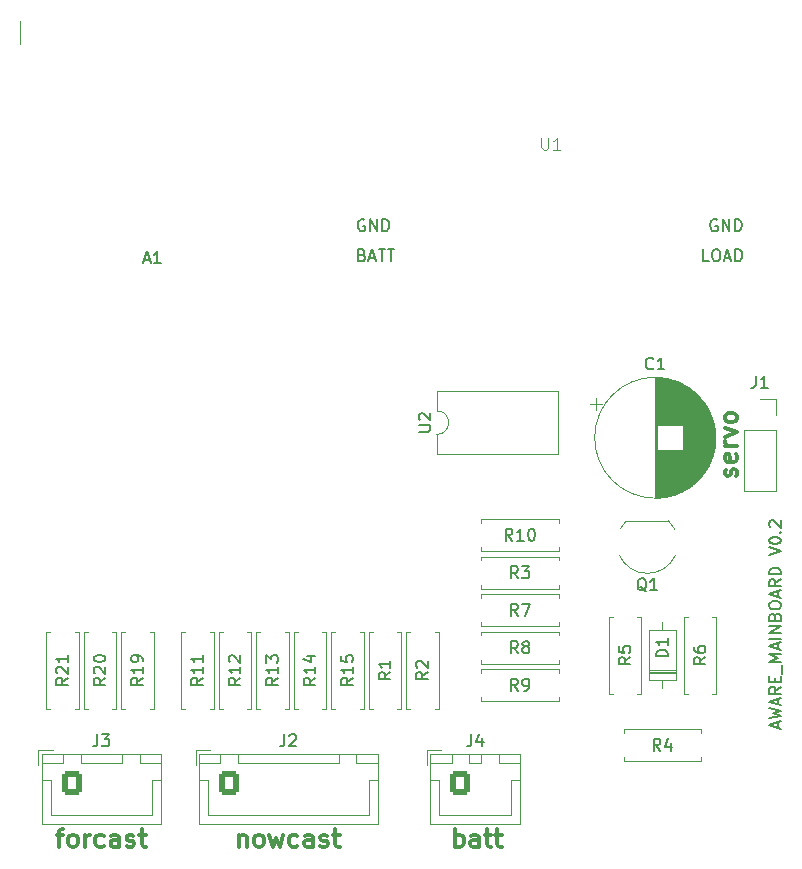
<source format=gto>
G04 #@! TF.GenerationSoftware,KiCad,Pcbnew,7.0.1-3b83917a11~172~ubuntu20.04.1*
G04 #@! TF.CreationDate,2023-04-20T11:00:22+02:00*
G04 #@! TF.ProjectId,aware,61776172-652e-46b6-9963-61645f706362,rev?*
G04 #@! TF.SameCoordinates,Original*
G04 #@! TF.FileFunction,Legend,Top*
G04 #@! TF.FilePolarity,Positive*
%FSLAX46Y46*%
G04 Gerber Fmt 4.6, Leading zero omitted, Abs format (unit mm)*
G04 Created by KiCad (PCBNEW 7.0.1-3b83917a11~172~ubuntu20.04.1) date 2023-04-20 11:00:22*
%MOMM*%
%LPD*%
G01*
G04 APERTURE LIST*
G04 Aperture macros list*
%AMRoundRect*
0 Rectangle with rounded corners*
0 $1 Rounding radius*
0 $2 $3 $4 $5 $6 $7 $8 $9 X,Y pos of 4 corners*
0 Add a 4 corners polygon primitive as box body*
4,1,4,$2,$3,$4,$5,$6,$7,$8,$9,$2,$3,0*
0 Add four circle primitives for the rounded corners*
1,1,$1+$1,$2,$3*
1,1,$1+$1,$4,$5*
1,1,$1+$1,$6,$7*
1,1,$1+$1,$8,$9*
0 Add four rect primitives between the rounded corners*
20,1,$1+$1,$2,$3,$4,$5,0*
20,1,$1+$1,$4,$5,$6,$7,0*
20,1,$1+$1,$6,$7,$8,$9,0*
20,1,$1+$1,$8,$9,$2,$3,0*%
G04 Aperture macros list end*
%ADD10C,0.300000*%
%ADD11C,0.150000*%
%ADD12C,0.100000*%
%ADD13C,0.120000*%
%ADD14C,1.600000*%
%ADD15O,1.600000X1.600000*%
%ADD16R,1.600000X1.600000*%
%ADD17C,3.200000*%
%ADD18R,1.700000X1.700000*%
%ADD19O,1.700000X1.700000*%
%ADD20C,1.524000*%
%ADD21RoundRect,0.250000X-0.600000X-0.750000X0.600000X-0.750000X0.600000X0.750000X-0.600000X0.750000X0*%
%ADD22O,1.700000X2.000000*%
%ADD23R,1.500000X1.500000*%
%ADD24C,1.500000*%
%ADD25RoundRect,0.250000X-0.600000X-0.725000X0.600000X-0.725000X0.600000X0.725000X-0.600000X0.725000X0*%
%ADD26O,1.700000X1.950000*%
G04 APERTURE END LIST*
D10*
X134215142Y-107004428D02*
X134215142Y-105504428D01*
X134215142Y-106075857D02*
X134358000Y-106004428D01*
X134358000Y-106004428D02*
X134643714Y-106004428D01*
X134643714Y-106004428D02*
X134786571Y-106075857D01*
X134786571Y-106075857D02*
X134858000Y-106147285D01*
X134858000Y-106147285D02*
X134929428Y-106290142D01*
X134929428Y-106290142D02*
X134929428Y-106718714D01*
X134929428Y-106718714D02*
X134858000Y-106861571D01*
X134858000Y-106861571D02*
X134786571Y-106933000D01*
X134786571Y-106933000D02*
X134643714Y-107004428D01*
X134643714Y-107004428D02*
X134358000Y-107004428D01*
X134358000Y-107004428D02*
X134215142Y-106933000D01*
X136215143Y-107004428D02*
X136215143Y-106218714D01*
X136215143Y-106218714D02*
X136143714Y-106075857D01*
X136143714Y-106075857D02*
X136000857Y-106004428D01*
X136000857Y-106004428D02*
X135715143Y-106004428D01*
X135715143Y-106004428D02*
X135572285Y-106075857D01*
X136215143Y-106933000D02*
X136072285Y-107004428D01*
X136072285Y-107004428D02*
X135715143Y-107004428D01*
X135715143Y-107004428D02*
X135572285Y-106933000D01*
X135572285Y-106933000D02*
X135500857Y-106790142D01*
X135500857Y-106790142D02*
X135500857Y-106647285D01*
X135500857Y-106647285D02*
X135572285Y-106504428D01*
X135572285Y-106504428D02*
X135715143Y-106433000D01*
X135715143Y-106433000D02*
X136072285Y-106433000D01*
X136072285Y-106433000D02*
X136215143Y-106361571D01*
X136715143Y-106004428D02*
X137286571Y-106004428D01*
X136929428Y-105504428D02*
X136929428Y-106790142D01*
X136929428Y-106790142D02*
X137000857Y-106933000D01*
X137000857Y-106933000D02*
X137143714Y-107004428D01*
X137143714Y-107004428D02*
X137286571Y-107004428D01*
X137572286Y-106004428D02*
X138143714Y-106004428D01*
X137786571Y-105504428D02*
X137786571Y-106790142D01*
X137786571Y-106790142D02*
X137858000Y-106933000D01*
X137858000Y-106933000D02*
X138000857Y-107004428D01*
X138000857Y-107004428D02*
X138143714Y-107004428D01*
X157987000Y-75660285D02*
X158058428Y-75517428D01*
X158058428Y-75517428D02*
X158058428Y-75231714D01*
X158058428Y-75231714D02*
X157987000Y-75088857D01*
X157987000Y-75088857D02*
X157844142Y-75017428D01*
X157844142Y-75017428D02*
X157772714Y-75017428D01*
X157772714Y-75017428D02*
X157629857Y-75088857D01*
X157629857Y-75088857D02*
X157558428Y-75231714D01*
X157558428Y-75231714D02*
X157558428Y-75446000D01*
X157558428Y-75446000D02*
X157487000Y-75588857D01*
X157487000Y-75588857D02*
X157344142Y-75660285D01*
X157344142Y-75660285D02*
X157272714Y-75660285D01*
X157272714Y-75660285D02*
X157129857Y-75588857D01*
X157129857Y-75588857D02*
X157058428Y-75446000D01*
X157058428Y-75446000D02*
X157058428Y-75231714D01*
X157058428Y-75231714D02*
X157129857Y-75088857D01*
X157987000Y-73803142D02*
X158058428Y-73945999D01*
X158058428Y-73945999D02*
X158058428Y-74231714D01*
X158058428Y-74231714D02*
X157987000Y-74374571D01*
X157987000Y-74374571D02*
X157844142Y-74445999D01*
X157844142Y-74445999D02*
X157272714Y-74445999D01*
X157272714Y-74445999D02*
X157129857Y-74374571D01*
X157129857Y-74374571D02*
X157058428Y-74231714D01*
X157058428Y-74231714D02*
X157058428Y-73945999D01*
X157058428Y-73945999D02*
X157129857Y-73803142D01*
X157129857Y-73803142D02*
X157272714Y-73731714D01*
X157272714Y-73731714D02*
X157415571Y-73731714D01*
X157415571Y-73731714D02*
X157558428Y-74445999D01*
X158058428Y-73088857D02*
X157058428Y-73088857D01*
X157344142Y-73088857D02*
X157201285Y-73017428D01*
X157201285Y-73017428D02*
X157129857Y-72946000D01*
X157129857Y-72946000D02*
X157058428Y-72803142D01*
X157058428Y-72803142D02*
X157058428Y-72660285D01*
X157058428Y-72303143D02*
X158058428Y-71946000D01*
X158058428Y-71946000D02*
X157058428Y-71588857D01*
X158058428Y-70803143D02*
X157987000Y-70946000D01*
X157987000Y-70946000D02*
X157915571Y-71017429D01*
X157915571Y-71017429D02*
X157772714Y-71088857D01*
X157772714Y-71088857D02*
X157344142Y-71088857D01*
X157344142Y-71088857D02*
X157201285Y-71017429D01*
X157201285Y-71017429D02*
X157129857Y-70946000D01*
X157129857Y-70946000D02*
X157058428Y-70803143D01*
X157058428Y-70803143D02*
X157058428Y-70588857D01*
X157058428Y-70588857D02*
X157129857Y-70446000D01*
X157129857Y-70446000D02*
X157201285Y-70374572D01*
X157201285Y-70374572D02*
X157344142Y-70303143D01*
X157344142Y-70303143D02*
X157772714Y-70303143D01*
X157772714Y-70303143D02*
X157915571Y-70374572D01*
X157915571Y-70374572D02*
X157987000Y-70446000D01*
X157987000Y-70446000D02*
X158058428Y-70588857D01*
X158058428Y-70588857D02*
X158058428Y-70803143D01*
D11*
X161516904Y-96964523D02*
X161516904Y-96488333D01*
X161802619Y-97059761D02*
X160802619Y-96726428D01*
X160802619Y-96726428D02*
X161802619Y-96393095D01*
X160802619Y-96154999D02*
X161802619Y-95916904D01*
X161802619Y-95916904D02*
X161088333Y-95726428D01*
X161088333Y-95726428D02*
X161802619Y-95535952D01*
X161802619Y-95535952D02*
X160802619Y-95297857D01*
X161516904Y-94964523D02*
X161516904Y-94488333D01*
X161802619Y-95059761D02*
X160802619Y-94726428D01*
X160802619Y-94726428D02*
X161802619Y-94393095D01*
X161802619Y-93488333D02*
X161326428Y-93821666D01*
X161802619Y-94059761D02*
X160802619Y-94059761D01*
X160802619Y-94059761D02*
X160802619Y-93678809D01*
X160802619Y-93678809D02*
X160850238Y-93583571D01*
X160850238Y-93583571D02*
X160897857Y-93535952D01*
X160897857Y-93535952D02*
X160993095Y-93488333D01*
X160993095Y-93488333D02*
X161135952Y-93488333D01*
X161135952Y-93488333D02*
X161231190Y-93535952D01*
X161231190Y-93535952D02*
X161278809Y-93583571D01*
X161278809Y-93583571D02*
X161326428Y-93678809D01*
X161326428Y-93678809D02*
X161326428Y-94059761D01*
X161278809Y-93059761D02*
X161278809Y-92726428D01*
X161802619Y-92583571D02*
X161802619Y-93059761D01*
X161802619Y-93059761D02*
X160802619Y-93059761D01*
X160802619Y-93059761D02*
X160802619Y-92583571D01*
X161897857Y-92393095D02*
X161897857Y-91631190D01*
X161802619Y-91393094D02*
X160802619Y-91393094D01*
X160802619Y-91393094D02*
X161516904Y-91059761D01*
X161516904Y-91059761D02*
X160802619Y-90726428D01*
X160802619Y-90726428D02*
X161802619Y-90726428D01*
X161516904Y-90297856D02*
X161516904Y-89821666D01*
X161802619Y-90393094D02*
X160802619Y-90059761D01*
X160802619Y-90059761D02*
X161802619Y-89726428D01*
X161802619Y-89393094D02*
X160802619Y-89393094D01*
X161802619Y-88916904D02*
X160802619Y-88916904D01*
X160802619Y-88916904D02*
X161802619Y-88345476D01*
X161802619Y-88345476D02*
X160802619Y-88345476D01*
X161278809Y-87535952D02*
X161326428Y-87393095D01*
X161326428Y-87393095D02*
X161374047Y-87345476D01*
X161374047Y-87345476D02*
X161469285Y-87297857D01*
X161469285Y-87297857D02*
X161612142Y-87297857D01*
X161612142Y-87297857D02*
X161707380Y-87345476D01*
X161707380Y-87345476D02*
X161755000Y-87393095D01*
X161755000Y-87393095D02*
X161802619Y-87488333D01*
X161802619Y-87488333D02*
X161802619Y-87869285D01*
X161802619Y-87869285D02*
X160802619Y-87869285D01*
X160802619Y-87869285D02*
X160802619Y-87535952D01*
X160802619Y-87535952D02*
X160850238Y-87440714D01*
X160850238Y-87440714D02*
X160897857Y-87393095D01*
X160897857Y-87393095D02*
X160993095Y-87345476D01*
X160993095Y-87345476D02*
X161088333Y-87345476D01*
X161088333Y-87345476D02*
X161183571Y-87393095D01*
X161183571Y-87393095D02*
X161231190Y-87440714D01*
X161231190Y-87440714D02*
X161278809Y-87535952D01*
X161278809Y-87535952D02*
X161278809Y-87869285D01*
X160802619Y-86678809D02*
X160802619Y-86488333D01*
X160802619Y-86488333D02*
X160850238Y-86393095D01*
X160850238Y-86393095D02*
X160945476Y-86297857D01*
X160945476Y-86297857D02*
X161135952Y-86250238D01*
X161135952Y-86250238D02*
X161469285Y-86250238D01*
X161469285Y-86250238D02*
X161659761Y-86297857D01*
X161659761Y-86297857D02*
X161755000Y-86393095D01*
X161755000Y-86393095D02*
X161802619Y-86488333D01*
X161802619Y-86488333D02*
X161802619Y-86678809D01*
X161802619Y-86678809D02*
X161755000Y-86774047D01*
X161755000Y-86774047D02*
X161659761Y-86869285D01*
X161659761Y-86869285D02*
X161469285Y-86916904D01*
X161469285Y-86916904D02*
X161135952Y-86916904D01*
X161135952Y-86916904D02*
X160945476Y-86869285D01*
X160945476Y-86869285D02*
X160850238Y-86774047D01*
X160850238Y-86774047D02*
X160802619Y-86678809D01*
X161516904Y-85869285D02*
X161516904Y-85393095D01*
X161802619Y-85964523D02*
X160802619Y-85631190D01*
X160802619Y-85631190D02*
X161802619Y-85297857D01*
X161802619Y-84393095D02*
X161326428Y-84726428D01*
X161802619Y-84964523D02*
X160802619Y-84964523D01*
X160802619Y-84964523D02*
X160802619Y-84583571D01*
X160802619Y-84583571D02*
X160850238Y-84488333D01*
X160850238Y-84488333D02*
X160897857Y-84440714D01*
X160897857Y-84440714D02*
X160993095Y-84393095D01*
X160993095Y-84393095D02*
X161135952Y-84393095D01*
X161135952Y-84393095D02*
X161231190Y-84440714D01*
X161231190Y-84440714D02*
X161278809Y-84488333D01*
X161278809Y-84488333D02*
X161326428Y-84583571D01*
X161326428Y-84583571D02*
X161326428Y-84964523D01*
X161802619Y-83964523D02*
X160802619Y-83964523D01*
X160802619Y-83964523D02*
X160802619Y-83726428D01*
X160802619Y-83726428D02*
X160850238Y-83583571D01*
X160850238Y-83583571D02*
X160945476Y-83488333D01*
X160945476Y-83488333D02*
X161040714Y-83440714D01*
X161040714Y-83440714D02*
X161231190Y-83393095D01*
X161231190Y-83393095D02*
X161374047Y-83393095D01*
X161374047Y-83393095D02*
X161564523Y-83440714D01*
X161564523Y-83440714D02*
X161659761Y-83488333D01*
X161659761Y-83488333D02*
X161755000Y-83583571D01*
X161755000Y-83583571D02*
X161802619Y-83726428D01*
X161802619Y-83726428D02*
X161802619Y-83964523D01*
X160802619Y-82345475D02*
X161802619Y-82012142D01*
X161802619Y-82012142D02*
X160802619Y-81678809D01*
X160802619Y-81154999D02*
X160802619Y-81059761D01*
X160802619Y-81059761D02*
X160850238Y-80964523D01*
X160850238Y-80964523D02*
X160897857Y-80916904D01*
X160897857Y-80916904D02*
X160993095Y-80869285D01*
X160993095Y-80869285D02*
X161183571Y-80821666D01*
X161183571Y-80821666D02*
X161421666Y-80821666D01*
X161421666Y-80821666D02*
X161612142Y-80869285D01*
X161612142Y-80869285D02*
X161707380Y-80916904D01*
X161707380Y-80916904D02*
X161755000Y-80964523D01*
X161755000Y-80964523D02*
X161802619Y-81059761D01*
X161802619Y-81059761D02*
X161802619Y-81154999D01*
X161802619Y-81154999D02*
X161755000Y-81250237D01*
X161755000Y-81250237D02*
X161707380Y-81297856D01*
X161707380Y-81297856D02*
X161612142Y-81345475D01*
X161612142Y-81345475D02*
X161421666Y-81393094D01*
X161421666Y-81393094D02*
X161183571Y-81393094D01*
X161183571Y-81393094D02*
X160993095Y-81345475D01*
X160993095Y-81345475D02*
X160897857Y-81297856D01*
X160897857Y-81297856D02*
X160850238Y-81250237D01*
X160850238Y-81250237D02*
X160802619Y-81154999D01*
X161707380Y-80393094D02*
X161755000Y-80345475D01*
X161755000Y-80345475D02*
X161802619Y-80393094D01*
X161802619Y-80393094D02*
X161755000Y-80440713D01*
X161755000Y-80440713D02*
X161707380Y-80393094D01*
X161707380Y-80393094D02*
X161802619Y-80393094D01*
X160897857Y-79964523D02*
X160850238Y-79916904D01*
X160850238Y-79916904D02*
X160802619Y-79821666D01*
X160802619Y-79821666D02*
X160802619Y-79583571D01*
X160802619Y-79583571D02*
X160850238Y-79488333D01*
X160850238Y-79488333D02*
X160897857Y-79440714D01*
X160897857Y-79440714D02*
X160993095Y-79393095D01*
X160993095Y-79393095D02*
X161088333Y-79393095D01*
X161088333Y-79393095D02*
X161231190Y-79440714D01*
X161231190Y-79440714D02*
X161802619Y-80012142D01*
X161802619Y-80012142D02*
X161802619Y-79393095D01*
D10*
X115927142Y-106004428D02*
X115927142Y-107004428D01*
X115927142Y-106147285D02*
X115998571Y-106075857D01*
X115998571Y-106075857D02*
X116141428Y-106004428D01*
X116141428Y-106004428D02*
X116355714Y-106004428D01*
X116355714Y-106004428D02*
X116498571Y-106075857D01*
X116498571Y-106075857D02*
X116570000Y-106218714D01*
X116570000Y-106218714D02*
X116570000Y-107004428D01*
X117498571Y-107004428D02*
X117355714Y-106933000D01*
X117355714Y-106933000D02*
X117284285Y-106861571D01*
X117284285Y-106861571D02*
X117212857Y-106718714D01*
X117212857Y-106718714D02*
X117212857Y-106290142D01*
X117212857Y-106290142D02*
X117284285Y-106147285D01*
X117284285Y-106147285D02*
X117355714Y-106075857D01*
X117355714Y-106075857D02*
X117498571Y-106004428D01*
X117498571Y-106004428D02*
X117712857Y-106004428D01*
X117712857Y-106004428D02*
X117855714Y-106075857D01*
X117855714Y-106075857D02*
X117927143Y-106147285D01*
X117927143Y-106147285D02*
X117998571Y-106290142D01*
X117998571Y-106290142D02*
X117998571Y-106718714D01*
X117998571Y-106718714D02*
X117927143Y-106861571D01*
X117927143Y-106861571D02*
X117855714Y-106933000D01*
X117855714Y-106933000D02*
X117712857Y-107004428D01*
X117712857Y-107004428D02*
X117498571Y-107004428D01*
X118498571Y-106004428D02*
X118784286Y-107004428D01*
X118784286Y-107004428D02*
X119070000Y-106290142D01*
X119070000Y-106290142D02*
X119355714Y-107004428D01*
X119355714Y-107004428D02*
X119641428Y-106004428D01*
X120855715Y-106933000D02*
X120712857Y-107004428D01*
X120712857Y-107004428D02*
X120427143Y-107004428D01*
X120427143Y-107004428D02*
X120284286Y-106933000D01*
X120284286Y-106933000D02*
X120212857Y-106861571D01*
X120212857Y-106861571D02*
X120141429Y-106718714D01*
X120141429Y-106718714D02*
X120141429Y-106290142D01*
X120141429Y-106290142D02*
X120212857Y-106147285D01*
X120212857Y-106147285D02*
X120284286Y-106075857D01*
X120284286Y-106075857D02*
X120427143Y-106004428D01*
X120427143Y-106004428D02*
X120712857Y-106004428D01*
X120712857Y-106004428D02*
X120855715Y-106075857D01*
X122141429Y-107004428D02*
X122141429Y-106218714D01*
X122141429Y-106218714D02*
X122070000Y-106075857D01*
X122070000Y-106075857D02*
X121927143Y-106004428D01*
X121927143Y-106004428D02*
X121641429Y-106004428D01*
X121641429Y-106004428D02*
X121498571Y-106075857D01*
X122141429Y-106933000D02*
X121998571Y-107004428D01*
X121998571Y-107004428D02*
X121641429Y-107004428D01*
X121641429Y-107004428D02*
X121498571Y-106933000D01*
X121498571Y-106933000D02*
X121427143Y-106790142D01*
X121427143Y-106790142D02*
X121427143Y-106647285D01*
X121427143Y-106647285D02*
X121498571Y-106504428D01*
X121498571Y-106504428D02*
X121641429Y-106433000D01*
X121641429Y-106433000D02*
X121998571Y-106433000D01*
X121998571Y-106433000D02*
X122141429Y-106361571D01*
X122784286Y-106933000D02*
X122927143Y-107004428D01*
X122927143Y-107004428D02*
X123212857Y-107004428D01*
X123212857Y-107004428D02*
X123355714Y-106933000D01*
X123355714Y-106933000D02*
X123427143Y-106790142D01*
X123427143Y-106790142D02*
X123427143Y-106718714D01*
X123427143Y-106718714D02*
X123355714Y-106575857D01*
X123355714Y-106575857D02*
X123212857Y-106504428D01*
X123212857Y-106504428D02*
X122998572Y-106504428D01*
X122998572Y-106504428D02*
X122855714Y-106433000D01*
X122855714Y-106433000D02*
X122784286Y-106290142D01*
X122784286Y-106290142D02*
X122784286Y-106218714D01*
X122784286Y-106218714D02*
X122855714Y-106075857D01*
X122855714Y-106075857D02*
X122998572Y-106004428D01*
X122998572Y-106004428D02*
X123212857Y-106004428D01*
X123212857Y-106004428D02*
X123355714Y-106075857D01*
X123855715Y-106004428D02*
X124427143Y-106004428D01*
X124070000Y-105504428D02*
X124070000Y-106790142D01*
X124070000Y-106790142D02*
X124141429Y-106933000D01*
X124141429Y-106933000D02*
X124284286Y-107004428D01*
X124284286Y-107004428D02*
X124427143Y-107004428D01*
X100472857Y-106004428D02*
X101044285Y-106004428D01*
X100687142Y-107004428D02*
X100687142Y-105718714D01*
X100687142Y-105718714D02*
X100758571Y-105575857D01*
X100758571Y-105575857D02*
X100901428Y-105504428D01*
X100901428Y-105504428D02*
X101044285Y-105504428D01*
X101758571Y-107004428D02*
X101615714Y-106933000D01*
X101615714Y-106933000D02*
X101544285Y-106861571D01*
X101544285Y-106861571D02*
X101472857Y-106718714D01*
X101472857Y-106718714D02*
X101472857Y-106290142D01*
X101472857Y-106290142D02*
X101544285Y-106147285D01*
X101544285Y-106147285D02*
X101615714Y-106075857D01*
X101615714Y-106075857D02*
X101758571Y-106004428D01*
X101758571Y-106004428D02*
X101972857Y-106004428D01*
X101972857Y-106004428D02*
X102115714Y-106075857D01*
X102115714Y-106075857D02*
X102187143Y-106147285D01*
X102187143Y-106147285D02*
X102258571Y-106290142D01*
X102258571Y-106290142D02*
X102258571Y-106718714D01*
X102258571Y-106718714D02*
X102187143Y-106861571D01*
X102187143Y-106861571D02*
X102115714Y-106933000D01*
X102115714Y-106933000D02*
X101972857Y-107004428D01*
X101972857Y-107004428D02*
X101758571Y-107004428D01*
X102901428Y-107004428D02*
X102901428Y-106004428D01*
X102901428Y-106290142D02*
X102972857Y-106147285D01*
X102972857Y-106147285D02*
X103044286Y-106075857D01*
X103044286Y-106075857D02*
X103187143Y-106004428D01*
X103187143Y-106004428D02*
X103330000Y-106004428D01*
X104472857Y-106933000D02*
X104329999Y-107004428D01*
X104329999Y-107004428D02*
X104044285Y-107004428D01*
X104044285Y-107004428D02*
X103901428Y-106933000D01*
X103901428Y-106933000D02*
X103829999Y-106861571D01*
X103829999Y-106861571D02*
X103758571Y-106718714D01*
X103758571Y-106718714D02*
X103758571Y-106290142D01*
X103758571Y-106290142D02*
X103829999Y-106147285D01*
X103829999Y-106147285D02*
X103901428Y-106075857D01*
X103901428Y-106075857D02*
X104044285Y-106004428D01*
X104044285Y-106004428D02*
X104329999Y-106004428D01*
X104329999Y-106004428D02*
X104472857Y-106075857D01*
X105758571Y-107004428D02*
X105758571Y-106218714D01*
X105758571Y-106218714D02*
X105687142Y-106075857D01*
X105687142Y-106075857D02*
X105544285Y-106004428D01*
X105544285Y-106004428D02*
X105258571Y-106004428D01*
X105258571Y-106004428D02*
X105115713Y-106075857D01*
X105758571Y-106933000D02*
X105615713Y-107004428D01*
X105615713Y-107004428D02*
X105258571Y-107004428D01*
X105258571Y-107004428D02*
X105115713Y-106933000D01*
X105115713Y-106933000D02*
X105044285Y-106790142D01*
X105044285Y-106790142D02*
X105044285Y-106647285D01*
X105044285Y-106647285D02*
X105115713Y-106504428D01*
X105115713Y-106504428D02*
X105258571Y-106433000D01*
X105258571Y-106433000D02*
X105615713Y-106433000D01*
X105615713Y-106433000D02*
X105758571Y-106361571D01*
X106401428Y-106933000D02*
X106544285Y-107004428D01*
X106544285Y-107004428D02*
X106829999Y-107004428D01*
X106829999Y-107004428D02*
X106972856Y-106933000D01*
X106972856Y-106933000D02*
X107044285Y-106790142D01*
X107044285Y-106790142D02*
X107044285Y-106718714D01*
X107044285Y-106718714D02*
X106972856Y-106575857D01*
X106972856Y-106575857D02*
X106829999Y-106504428D01*
X106829999Y-106504428D02*
X106615714Y-106504428D01*
X106615714Y-106504428D02*
X106472856Y-106433000D01*
X106472856Y-106433000D02*
X106401428Y-106290142D01*
X106401428Y-106290142D02*
X106401428Y-106218714D01*
X106401428Y-106218714D02*
X106472856Y-106075857D01*
X106472856Y-106075857D02*
X106615714Y-106004428D01*
X106615714Y-106004428D02*
X106829999Y-106004428D01*
X106829999Y-106004428D02*
X106972856Y-106075857D01*
X107472857Y-106004428D02*
X108044285Y-106004428D01*
X107687142Y-105504428D02*
X107687142Y-106790142D01*
X107687142Y-106790142D02*
X107758571Y-106933000D01*
X107758571Y-106933000D02*
X107901428Y-107004428D01*
X107901428Y-107004428D02*
X108044285Y-107004428D01*
D11*
X122382619Y-92717857D02*
X121906428Y-93051190D01*
X122382619Y-93289285D02*
X121382619Y-93289285D01*
X121382619Y-93289285D02*
X121382619Y-92908333D01*
X121382619Y-92908333D02*
X121430238Y-92813095D01*
X121430238Y-92813095D02*
X121477857Y-92765476D01*
X121477857Y-92765476D02*
X121573095Y-92717857D01*
X121573095Y-92717857D02*
X121715952Y-92717857D01*
X121715952Y-92717857D02*
X121811190Y-92765476D01*
X121811190Y-92765476D02*
X121858809Y-92813095D01*
X121858809Y-92813095D02*
X121906428Y-92908333D01*
X121906428Y-92908333D02*
X121906428Y-93289285D01*
X122382619Y-91765476D02*
X122382619Y-92336904D01*
X122382619Y-92051190D02*
X121382619Y-92051190D01*
X121382619Y-92051190D02*
X121525476Y-92146428D01*
X121525476Y-92146428D02*
X121620714Y-92241666D01*
X121620714Y-92241666D02*
X121668333Y-92336904D01*
X121715952Y-90908333D02*
X122382619Y-90908333D01*
X121335000Y-91146428D02*
X122049285Y-91384523D01*
X122049285Y-91384523D02*
X122049285Y-90765476D01*
X139533333Y-93807619D02*
X139200000Y-93331428D01*
X138961905Y-93807619D02*
X138961905Y-92807619D01*
X138961905Y-92807619D02*
X139342857Y-92807619D01*
X139342857Y-92807619D02*
X139438095Y-92855238D01*
X139438095Y-92855238D02*
X139485714Y-92902857D01*
X139485714Y-92902857D02*
X139533333Y-92998095D01*
X139533333Y-92998095D02*
X139533333Y-93140952D01*
X139533333Y-93140952D02*
X139485714Y-93236190D01*
X139485714Y-93236190D02*
X139438095Y-93283809D01*
X139438095Y-93283809D02*
X139342857Y-93331428D01*
X139342857Y-93331428D02*
X138961905Y-93331428D01*
X140009524Y-93807619D02*
X140200000Y-93807619D01*
X140200000Y-93807619D02*
X140295238Y-93760000D01*
X140295238Y-93760000D02*
X140342857Y-93712380D01*
X140342857Y-93712380D02*
X140438095Y-93569523D01*
X140438095Y-93569523D02*
X140485714Y-93379047D01*
X140485714Y-93379047D02*
X140485714Y-92998095D01*
X140485714Y-92998095D02*
X140438095Y-92902857D01*
X140438095Y-92902857D02*
X140390476Y-92855238D01*
X140390476Y-92855238D02*
X140295238Y-92807619D01*
X140295238Y-92807619D02*
X140104762Y-92807619D01*
X140104762Y-92807619D02*
X140009524Y-92855238D01*
X140009524Y-92855238D02*
X139961905Y-92902857D01*
X139961905Y-92902857D02*
X139914286Y-92998095D01*
X139914286Y-92998095D02*
X139914286Y-93236190D01*
X139914286Y-93236190D02*
X139961905Y-93331428D01*
X139961905Y-93331428D02*
X140009524Y-93379047D01*
X140009524Y-93379047D02*
X140104762Y-93426666D01*
X140104762Y-93426666D02*
X140295238Y-93426666D01*
X140295238Y-93426666D02*
X140390476Y-93379047D01*
X140390476Y-93379047D02*
X140438095Y-93331428D01*
X140438095Y-93331428D02*
X140485714Y-93236190D01*
X128732619Y-92241666D02*
X128256428Y-92574999D01*
X128732619Y-92813094D02*
X127732619Y-92813094D01*
X127732619Y-92813094D02*
X127732619Y-92432142D01*
X127732619Y-92432142D02*
X127780238Y-92336904D01*
X127780238Y-92336904D02*
X127827857Y-92289285D01*
X127827857Y-92289285D02*
X127923095Y-92241666D01*
X127923095Y-92241666D02*
X128065952Y-92241666D01*
X128065952Y-92241666D02*
X128161190Y-92289285D01*
X128161190Y-92289285D02*
X128208809Y-92336904D01*
X128208809Y-92336904D02*
X128256428Y-92432142D01*
X128256428Y-92432142D02*
X128256428Y-92813094D01*
X128732619Y-91289285D02*
X128732619Y-91860713D01*
X128732619Y-91574999D02*
X127732619Y-91574999D01*
X127732619Y-91574999D02*
X127875476Y-91670237D01*
X127875476Y-91670237D02*
X127970714Y-91765475D01*
X127970714Y-91765475D02*
X128018333Y-91860713D01*
X131127619Y-71871904D02*
X131937142Y-71871904D01*
X131937142Y-71871904D02*
X132032380Y-71824285D01*
X132032380Y-71824285D02*
X132080000Y-71776666D01*
X132080000Y-71776666D02*
X132127619Y-71681428D01*
X132127619Y-71681428D02*
X132127619Y-71490952D01*
X132127619Y-71490952D02*
X132080000Y-71395714D01*
X132080000Y-71395714D02*
X132032380Y-71348095D01*
X132032380Y-71348095D02*
X131937142Y-71300476D01*
X131937142Y-71300476D02*
X131127619Y-71300476D01*
X131222857Y-70871904D02*
X131175238Y-70824285D01*
X131175238Y-70824285D02*
X131127619Y-70729047D01*
X131127619Y-70729047D02*
X131127619Y-70490952D01*
X131127619Y-70490952D02*
X131175238Y-70395714D01*
X131175238Y-70395714D02*
X131222857Y-70348095D01*
X131222857Y-70348095D02*
X131318095Y-70300476D01*
X131318095Y-70300476D02*
X131413333Y-70300476D01*
X131413333Y-70300476D02*
X131556190Y-70348095D01*
X131556190Y-70348095D02*
X132127619Y-70919523D01*
X132127619Y-70919523D02*
X132127619Y-70300476D01*
X149052619Y-90971666D02*
X148576428Y-91304999D01*
X149052619Y-91543094D02*
X148052619Y-91543094D01*
X148052619Y-91543094D02*
X148052619Y-91162142D01*
X148052619Y-91162142D02*
X148100238Y-91066904D01*
X148100238Y-91066904D02*
X148147857Y-91019285D01*
X148147857Y-91019285D02*
X148243095Y-90971666D01*
X148243095Y-90971666D02*
X148385952Y-90971666D01*
X148385952Y-90971666D02*
X148481190Y-91019285D01*
X148481190Y-91019285D02*
X148528809Y-91066904D01*
X148528809Y-91066904D02*
X148576428Y-91162142D01*
X148576428Y-91162142D02*
X148576428Y-91543094D01*
X148052619Y-90066904D02*
X148052619Y-90543094D01*
X148052619Y-90543094D02*
X148528809Y-90590713D01*
X148528809Y-90590713D02*
X148481190Y-90543094D01*
X148481190Y-90543094D02*
X148433571Y-90447856D01*
X148433571Y-90447856D02*
X148433571Y-90209761D01*
X148433571Y-90209761D02*
X148481190Y-90114523D01*
X148481190Y-90114523D02*
X148528809Y-90066904D01*
X148528809Y-90066904D02*
X148624047Y-90019285D01*
X148624047Y-90019285D02*
X148862142Y-90019285D01*
X148862142Y-90019285D02*
X148957380Y-90066904D01*
X148957380Y-90066904D02*
X149005000Y-90114523D01*
X149005000Y-90114523D02*
X149052619Y-90209761D01*
X149052619Y-90209761D02*
X149052619Y-90447856D01*
X149052619Y-90447856D02*
X149005000Y-90543094D01*
X149005000Y-90543094D02*
X148957380Y-90590713D01*
X116032619Y-92717857D02*
X115556428Y-93051190D01*
X116032619Y-93289285D02*
X115032619Y-93289285D01*
X115032619Y-93289285D02*
X115032619Y-92908333D01*
X115032619Y-92908333D02*
X115080238Y-92813095D01*
X115080238Y-92813095D02*
X115127857Y-92765476D01*
X115127857Y-92765476D02*
X115223095Y-92717857D01*
X115223095Y-92717857D02*
X115365952Y-92717857D01*
X115365952Y-92717857D02*
X115461190Y-92765476D01*
X115461190Y-92765476D02*
X115508809Y-92813095D01*
X115508809Y-92813095D02*
X115556428Y-92908333D01*
X115556428Y-92908333D02*
X115556428Y-93289285D01*
X116032619Y-91765476D02*
X116032619Y-92336904D01*
X116032619Y-92051190D02*
X115032619Y-92051190D01*
X115032619Y-92051190D02*
X115175476Y-92146428D01*
X115175476Y-92146428D02*
X115270714Y-92241666D01*
X115270714Y-92241666D02*
X115318333Y-92336904D01*
X115127857Y-91384523D02*
X115080238Y-91336904D01*
X115080238Y-91336904D02*
X115032619Y-91241666D01*
X115032619Y-91241666D02*
X115032619Y-91003571D01*
X115032619Y-91003571D02*
X115080238Y-90908333D01*
X115080238Y-90908333D02*
X115127857Y-90860714D01*
X115127857Y-90860714D02*
X115223095Y-90813095D01*
X115223095Y-90813095D02*
X115318333Y-90813095D01*
X115318333Y-90813095D02*
X115461190Y-90860714D01*
X115461190Y-90860714D02*
X116032619Y-91432142D01*
X116032619Y-91432142D02*
X116032619Y-90813095D01*
X107777619Y-92717857D02*
X107301428Y-93051190D01*
X107777619Y-93289285D02*
X106777619Y-93289285D01*
X106777619Y-93289285D02*
X106777619Y-92908333D01*
X106777619Y-92908333D02*
X106825238Y-92813095D01*
X106825238Y-92813095D02*
X106872857Y-92765476D01*
X106872857Y-92765476D02*
X106968095Y-92717857D01*
X106968095Y-92717857D02*
X107110952Y-92717857D01*
X107110952Y-92717857D02*
X107206190Y-92765476D01*
X107206190Y-92765476D02*
X107253809Y-92813095D01*
X107253809Y-92813095D02*
X107301428Y-92908333D01*
X107301428Y-92908333D02*
X107301428Y-93289285D01*
X107777619Y-91765476D02*
X107777619Y-92336904D01*
X107777619Y-92051190D02*
X106777619Y-92051190D01*
X106777619Y-92051190D02*
X106920476Y-92146428D01*
X106920476Y-92146428D02*
X107015714Y-92241666D01*
X107015714Y-92241666D02*
X107063333Y-92336904D01*
X107777619Y-91289285D02*
X107777619Y-91098809D01*
X107777619Y-91098809D02*
X107730000Y-91003571D01*
X107730000Y-91003571D02*
X107682380Y-90955952D01*
X107682380Y-90955952D02*
X107539523Y-90860714D01*
X107539523Y-90860714D02*
X107349047Y-90813095D01*
X107349047Y-90813095D02*
X106968095Y-90813095D01*
X106968095Y-90813095D02*
X106872857Y-90860714D01*
X106872857Y-90860714D02*
X106825238Y-90908333D01*
X106825238Y-90908333D02*
X106777619Y-91003571D01*
X106777619Y-91003571D02*
X106777619Y-91194047D01*
X106777619Y-91194047D02*
X106825238Y-91289285D01*
X106825238Y-91289285D02*
X106872857Y-91336904D01*
X106872857Y-91336904D02*
X106968095Y-91384523D01*
X106968095Y-91384523D02*
X107206190Y-91384523D01*
X107206190Y-91384523D02*
X107301428Y-91336904D01*
X107301428Y-91336904D02*
X107349047Y-91289285D01*
X107349047Y-91289285D02*
X107396666Y-91194047D01*
X107396666Y-91194047D02*
X107396666Y-91003571D01*
X107396666Y-91003571D02*
X107349047Y-90908333D01*
X107349047Y-90908333D02*
X107301428Y-90860714D01*
X107301428Y-90860714D02*
X107206190Y-90813095D01*
X119207619Y-92717857D02*
X118731428Y-93051190D01*
X119207619Y-93289285D02*
X118207619Y-93289285D01*
X118207619Y-93289285D02*
X118207619Y-92908333D01*
X118207619Y-92908333D02*
X118255238Y-92813095D01*
X118255238Y-92813095D02*
X118302857Y-92765476D01*
X118302857Y-92765476D02*
X118398095Y-92717857D01*
X118398095Y-92717857D02*
X118540952Y-92717857D01*
X118540952Y-92717857D02*
X118636190Y-92765476D01*
X118636190Y-92765476D02*
X118683809Y-92813095D01*
X118683809Y-92813095D02*
X118731428Y-92908333D01*
X118731428Y-92908333D02*
X118731428Y-93289285D01*
X119207619Y-91765476D02*
X119207619Y-92336904D01*
X119207619Y-92051190D02*
X118207619Y-92051190D01*
X118207619Y-92051190D02*
X118350476Y-92146428D01*
X118350476Y-92146428D02*
X118445714Y-92241666D01*
X118445714Y-92241666D02*
X118493333Y-92336904D01*
X118207619Y-91432142D02*
X118207619Y-90813095D01*
X118207619Y-90813095D02*
X118588571Y-91146428D01*
X118588571Y-91146428D02*
X118588571Y-91003571D01*
X118588571Y-91003571D02*
X118636190Y-90908333D01*
X118636190Y-90908333D02*
X118683809Y-90860714D01*
X118683809Y-90860714D02*
X118779047Y-90813095D01*
X118779047Y-90813095D02*
X119017142Y-90813095D01*
X119017142Y-90813095D02*
X119112380Y-90860714D01*
X119112380Y-90860714D02*
X119160000Y-90908333D01*
X119160000Y-90908333D02*
X119207619Y-91003571D01*
X119207619Y-91003571D02*
X119207619Y-91289285D01*
X119207619Y-91289285D02*
X119160000Y-91384523D01*
X119160000Y-91384523D02*
X119112380Y-91432142D01*
X139533333Y-90632619D02*
X139200000Y-90156428D01*
X138961905Y-90632619D02*
X138961905Y-89632619D01*
X138961905Y-89632619D02*
X139342857Y-89632619D01*
X139342857Y-89632619D02*
X139438095Y-89680238D01*
X139438095Y-89680238D02*
X139485714Y-89727857D01*
X139485714Y-89727857D02*
X139533333Y-89823095D01*
X139533333Y-89823095D02*
X139533333Y-89965952D01*
X139533333Y-89965952D02*
X139485714Y-90061190D01*
X139485714Y-90061190D02*
X139438095Y-90108809D01*
X139438095Y-90108809D02*
X139342857Y-90156428D01*
X139342857Y-90156428D02*
X138961905Y-90156428D01*
X140104762Y-90061190D02*
X140009524Y-90013571D01*
X140009524Y-90013571D02*
X139961905Y-89965952D01*
X139961905Y-89965952D02*
X139914286Y-89870714D01*
X139914286Y-89870714D02*
X139914286Y-89823095D01*
X139914286Y-89823095D02*
X139961905Y-89727857D01*
X139961905Y-89727857D02*
X140009524Y-89680238D01*
X140009524Y-89680238D02*
X140104762Y-89632619D01*
X140104762Y-89632619D02*
X140295238Y-89632619D01*
X140295238Y-89632619D02*
X140390476Y-89680238D01*
X140390476Y-89680238D02*
X140438095Y-89727857D01*
X140438095Y-89727857D02*
X140485714Y-89823095D01*
X140485714Y-89823095D02*
X140485714Y-89870714D01*
X140485714Y-89870714D02*
X140438095Y-89965952D01*
X140438095Y-89965952D02*
X140390476Y-90013571D01*
X140390476Y-90013571D02*
X140295238Y-90061190D01*
X140295238Y-90061190D02*
X140104762Y-90061190D01*
X140104762Y-90061190D02*
X140009524Y-90108809D01*
X140009524Y-90108809D02*
X139961905Y-90156428D01*
X139961905Y-90156428D02*
X139914286Y-90251666D01*
X139914286Y-90251666D02*
X139914286Y-90442142D01*
X139914286Y-90442142D02*
X139961905Y-90537380D01*
X139961905Y-90537380D02*
X140009524Y-90585000D01*
X140009524Y-90585000D02*
X140104762Y-90632619D01*
X140104762Y-90632619D02*
X140295238Y-90632619D01*
X140295238Y-90632619D02*
X140390476Y-90585000D01*
X140390476Y-90585000D02*
X140438095Y-90537380D01*
X140438095Y-90537380D02*
X140485714Y-90442142D01*
X140485714Y-90442142D02*
X140485714Y-90251666D01*
X140485714Y-90251666D02*
X140438095Y-90156428D01*
X140438095Y-90156428D02*
X140390476Y-90108809D01*
X140390476Y-90108809D02*
X140295238Y-90061190D01*
X151598333Y-98887619D02*
X151265000Y-98411428D01*
X151026905Y-98887619D02*
X151026905Y-97887619D01*
X151026905Y-97887619D02*
X151407857Y-97887619D01*
X151407857Y-97887619D02*
X151503095Y-97935238D01*
X151503095Y-97935238D02*
X151550714Y-97982857D01*
X151550714Y-97982857D02*
X151598333Y-98078095D01*
X151598333Y-98078095D02*
X151598333Y-98220952D01*
X151598333Y-98220952D02*
X151550714Y-98316190D01*
X151550714Y-98316190D02*
X151503095Y-98363809D01*
X151503095Y-98363809D02*
X151407857Y-98411428D01*
X151407857Y-98411428D02*
X151026905Y-98411428D01*
X152455476Y-98220952D02*
X152455476Y-98887619D01*
X152217381Y-97840000D02*
X151979286Y-98554285D01*
X151979286Y-98554285D02*
X152598333Y-98554285D01*
X155402619Y-90971666D02*
X154926428Y-91304999D01*
X155402619Y-91543094D02*
X154402619Y-91543094D01*
X154402619Y-91543094D02*
X154402619Y-91162142D01*
X154402619Y-91162142D02*
X154450238Y-91066904D01*
X154450238Y-91066904D02*
X154497857Y-91019285D01*
X154497857Y-91019285D02*
X154593095Y-90971666D01*
X154593095Y-90971666D02*
X154735952Y-90971666D01*
X154735952Y-90971666D02*
X154831190Y-91019285D01*
X154831190Y-91019285D02*
X154878809Y-91066904D01*
X154878809Y-91066904D02*
X154926428Y-91162142D01*
X154926428Y-91162142D02*
X154926428Y-91543094D01*
X154402619Y-90114523D02*
X154402619Y-90304999D01*
X154402619Y-90304999D02*
X154450238Y-90400237D01*
X154450238Y-90400237D02*
X154497857Y-90447856D01*
X154497857Y-90447856D02*
X154640714Y-90543094D01*
X154640714Y-90543094D02*
X154831190Y-90590713D01*
X154831190Y-90590713D02*
X155212142Y-90590713D01*
X155212142Y-90590713D02*
X155307380Y-90543094D01*
X155307380Y-90543094D02*
X155355000Y-90495475D01*
X155355000Y-90495475D02*
X155402619Y-90400237D01*
X155402619Y-90400237D02*
X155402619Y-90209761D01*
X155402619Y-90209761D02*
X155355000Y-90114523D01*
X155355000Y-90114523D02*
X155307380Y-90066904D01*
X155307380Y-90066904D02*
X155212142Y-90019285D01*
X155212142Y-90019285D02*
X154974047Y-90019285D01*
X154974047Y-90019285D02*
X154878809Y-90066904D01*
X154878809Y-90066904D02*
X154831190Y-90114523D01*
X154831190Y-90114523D02*
X154783571Y-90209761D01*
X154783571Y-90209761D02*
X154783571Y-90400237D01*
X154783571Y-90400237D02*
X154831190Y-90495475D01*
X154831190Y-90495475D02*
X154878809Y-90543094D01*
X154878809Y-90543094D02*
X154974047Y-90590713D01*
X131907619Y-92241666D02*
X131431428Y-92574999D01*
X131907619Y-92813094D02*
X130907619Y-92813094D01*
X130907619Y-92813094D02*
X130907619Y-92432142D01*
X130907619Y-92432142D02*
X130955238Y-92336904D01*
X130955238Y-92336904D02*
X131002857Y-92289285D01*
X131002857Y-92289285D02*
X131098095Y-92241666D01*
X131098095Y-92241666D02*
X131240952Y-92241666D01*
X131240952Y-92241666D02*
X131336190Y-92289285D01*
X131336190Y-92289285D02*
X131383809Y-92336904D01*
X131383809Y-92336904D02*
X131431428Y-92432142D01*
X131431428Y-92432142D02*
X131431428Y-92813094D01*
X131002857Y-91860713D02*
X130955238Y-91813094D01*
X130955238Y-91813094D02*
X130907619Y-91717856D01*
X130907619Y-91717856D02*
X130907619Y-91479761D01*
X130907619Y-91479761D02*
X130955238Y-91384523D01*
X130955238Y-91384523D02*
X131002857Y-91336904D01*
X131002857Y-91336904D02*
X131098095Y-91289285D01*
X131098095Y-91289285D02*
X131193333Y-91289285D01*
X131193333Y-91289285D02*
X131336190Y-91336904D01*
X131336190Y-91336904D02*
X131907619Y-91908332D01*
X131907619Y-91908332D02*
X131907619Y-91289285D01*
X104602619Y-92717857D02*
X104126428Y-93051190D01*
X104602619Y-93289285D02*
X103602619Y-93289285D01*
X103602619Y-93289285D02*
X103602619Y-92908333D01*
X103602619Y-92908333D02*
X103650238Y-92813095D01*
X103650238Y-92813095D02*
X103697857Y-92765476D01*
X103697857Y-92765476D02*
X103793095Y-92717857D01*
X103793095Y-92717857D02*
X103935952Y-92717857D01*
X103935952Y-92717857D02*
X104031190Y-92765476D01*
X104031190Y-92765476D02*
X104078809Y-92813095D01*
X104078809Y-92813095D02*
X104126428Y-92908333D01*
X104126428Y-92908333D02*
X104126428Y-93289285D01*
X103697857Y-92336904D02*
X103650238Y-92289285D01*
X103650238Y-92289285D02*
X103602619Y-92194047D01*
X103602619Y-92194047D02*
X103602619Y-91955952D01*
X103602619Y-91955952D02*
X103650238Y-91860714D01*
X103650238Y-91860714D02*
X103697857Y-91813095D01*
X103697857Y-91813095D02*
X103793095Y-91765476D01*
X103793095Y-91765476D02*
X103888333Y-91765476D01*
X103888333Y-91765476D02*
X104031190Y-91813095D01*
X104031190Y-91813095D02*
X104602619Y-92384523D01*
X104602619Y-92384523D02*
X104602619Y-91765476D01*
X103602619Y-91146428D02*
X103602619Y-91051190D01*
X103602619Y-91051190D02*
X103650238Y-90955952D01*
X103650238Y-90955952D02*
X103697857Y-90908333D01*
X103697857Y-90908333D02*
X103793095Y-90860714D01*
X103793095Y-90860714D02*
X103983571Y-90813095D01*
X103983571Y-90813095D02*
X104221666Y-90813095D01*
X104221666Y-90813095D02*
X104412142Y-90860714D01*
X104412142Y-90860714D02*
X104507380Y-90908333D01*
X104507380Y-90908333D02*
X104555000Y-90955952D01*
X104555000Y-90955952D02*
X104602619Y-91051190D01*
X104602619Y-91051190D02*
X104602619Y-91146428D01*
X104602619Y-91146428D02*
X104555000Y-91241666D01*
X104555000Y-91241666D02*
X104507380Y-91289285D01*
X104507380Y-91289285D02*
X104412142Y-91336904D01*
X104412142Y-91336904D02*
X104221666Y-91384523D01*
X104221666Y-91384523D02*
X103983571Y-91384523D01*
X103983571Y-91384523D02*
X103793095Y-91336904D01*
X103793095Y-91336904D02*
X103697857Y-91289285D01*
X103697857Y-91289285D02*
X103650238Y-91241666D01*
X103650238Y-91241666D02*
X103602619Y-91146428D01*
X107870714Y-57326904D02*
X108346904Y-57326904D01*
X107775476Y-57612619D02*
X108108809Y-56612619D01*
X108108809Y-56612619D02*
X108442142Y-57612619D01*
X109299285Y-57612619D02*
X108727857Y-57612619D01*
X109013571Y-57612619D02*
X109013571Y-56612619D01*
X109013571Y-56612619D02*
X108918333Y-56755476D01*
X108918333Y-56755476D02*
X108823095Y-56850714D01*
X108823095Y-56850714D02*
X108727857Y-56898333D01*
X139533333Y-84282619D02*
X139200000Y-83806428D01*
X138961905Y-84282619D02*
X138961905Y-83282619D01*
X138961905Y-83282619D02*
X139342857Y-83282619D01*
X139342857Y-83282619D02*
X139438095Y-83330238D01*
X139438095Y-83330238D02*
X139485714Y-83377857D01*
X139485714Y-83377857D02*
X139533333Y-83473095D01*
X139533333Y-83473095D02*
X139533333Y-83615952D01*
X139533333Y-83615952D02*
X139485714Y-83711190D01*
X139485714Y-83711190D02*
X139438095Y-83758809D01*
X139438095Y-83758809D02*
X139342857Y-83806428D01*
X139342857Y-83806428D02*
X138961905Y-83806428D01*
X139866667Y-83282619D02*
X140485714Y-83282619D01*
X140485714Y-83282619D02*
X140152381Y-83663571D01*
X140152381Y-83663571D02*
X140295238Y-83663571D01*
X140295238Y-83663571D02*
X140390476Y-83711190D01*
X140390476Y-83711190D02*
X140438095Y-83758809D01*
X140438095Y-83758809D02*
X140485714Y-83854047D01*
X140485714Y-83854047D02*
X140485714Y-84092142D01*
X140485714Y-84092142D02*
X140438095Y-84187380D01*
X140438095Y-84187380D02*
X140390476Y-84235000D01*
X140390476Y-84235000D02*
X140295238Y-84282619D01*
X140295238Y-84282619D02*
X140009524Y-84282619D01*
X140009524Y-84282619D02*
X139914286Y-84235000D01*
X139914286Y-84235000D02*
X139866667Y-84187380D01*
X159686666Y-67177619D02*
X159686666Y-67891904D01*
X159686666Y-67891904D02*
X159639047Y-68034761D01*
X159639047Y-68034761D02*
X159543809Y-68130000D01*
X159543809Y-68130000D02*
X159400952Y-68177619D01*
X159400952Y-68177619D02*
X159305714Y-68177619D01*
X160686666Y-68177619D02*
X160115238Y-68177619D01*
X160400952Y-68177619D02*
X160400952Y-67177619D01*
X160400952Y-67177619D02*
X160305714Y-67320476D01*
X160305714Y-67320476D02*
X160210476Y-67415714D01*
X160210476Y-67415714D02*
X160115238Y-67463333D01*
D12*
X141528095Y-46997619D02*
X141528095Y-47807142D01*
X141528095Y-47807142D02*
X141575714Y-47902380D01*
X141575714Y-47902380D02*
X141623333Y-47950000D01*
X141623333Y-47950000D02*
X141718571Y-47997619D01*
X141718571Y-47997619D02*
X141909047Y-47997619D01*
X141909047Y-47997619D02*
X142004285Y-47950000D01*
X142004285Y-47950000D02*
X142051904Y-47902380D01*
X142051904Y-47902380D02*
X142099523Y-47807142D01*
X142099523Y-47807142D02*
X142099523Y-46997619D01*
X143099523Y-47997619D02*
X142528095Y-47997619D01*
X142813809Y-47997619D02*
X142813809Y-46997619D01*
X142813809Y-46997619D02*
X142718571Y-47140476D01*
X142718571Y-47140476D02*
X142623333Y-47235714D01*
X142623333Y-47235714D02*
X142528095Y-47283333D01*
D11*
X155704285Y-57437619D02*
X155228095Y-57437619D01*
X155228095Y-57437619D02*
X155228095Y-56437619D01*
X156228095Y-56437619D02*
X156418571Y-56437619D01*
X156418571Y-56437619D02*
X156513809Y-56485238D01*
X156513809Y-56485238D02*
X156609047Y-56580476D01*
X156609047Y-56580476D02*
X156656666Y-56770952D01*
X156656666Y-56770952D02*
X156656666Y-57104285D01*
X156656666Y-57104285D02*
X156609047Y-57294761D01*
X156609047Y-57294761D02*
X156513809Y-57390000D01*
X156513809Y-57390000D02*
X156418571Y-57437619D01*
X156418571Y-57437619D02*
X156228095Y-57437619D01*
X156228095Y-57437619D02*
X156132857Y-57390000D01*
X156132857Y-57390000D02*
X156037619Y-57294761D01*
X156037619Y-57294761D02*
X155990000Y-57104285D01*
X155990000Y-57104285D02*
X155990000Y-56770952D01*
X155990000Y-56770952D02*
X156037619Y-56580476D01*
X156037619Y-56580476D02*
X156132857Y-56485238D01*
X156132857Y-56485238D02*
X156228095Y-56437619D01*
X157037619Y-57151904D02*
X157513809Y-57151904D01*
X156942381Y-57437619D02*
X157275714Y-56437619D01*
X157275714Y-56437619D02*
X157609047Y-57437619D01*
X157942381Y-57437619D02*
X157942381Y-56437619D01*
X157942381Y-56437619D02*
X158180476Y-56437619D01*
X158180476Y-56437619D02*
X158323333Y-56485238D01*
X158323333Y-56485238D02*
X158418571Y-56580476D01*
X158418571Y-56580476D02*
X158466190Y-56675714D01*
X158466190Y-56675714D02*
X158513809Y-56866190D01*
X158513809Y-56866190D02*
X158513809Y-57009047D01*
X158513809Y-57009047D02*
X158466190Y-57199523D01*
X158466190Y-57199523D02*
X158418571Y-57294761D01*
X158418571Y-57294761D02*
X158323333Y-57390000D01*
X158323333Y-57390000D02*
X158180476Y-57437619D01*
X158180476Y-57437619D02*
X157942381Y-57437619D01*
X126351428Y-56913809D02*
X126494285Y-56961428D01*
X126494285Y-56961428D02*
X126541904Y-57009047D01*
X126541904Y-57009047D02*
X126589523Y-57104285D01*
X126589523Y-57104285D02*
X126589523Y-57247142D01*
X126589523Y-57247142D02*
X126541904Y-57342380D01*
X126541904Y-57342380D02*
X126494285Y-57390000D01*
X126494285Y-57390000D02*
X126399047Y-57437619D01*
X126399047Y-57437619D02*
X126018095Y-57437619D01*
X126018095Y-57437619D02*
X126018095Y-56437619D01*
X126018095Y-56437619D02*
X126351428Y-56437619D01*
X126351428Y-56437619D02*
X126446666Y-56485238D01*
X126446666Y-56485238D02*
X126494285Y-56532857D01*
X126494285Y-56532857D02*
X126541904Y-56628095D01*
X126541904Y-56628095D02*
X126541904Y-56723333D01*
X126541904Y-56723333D02*
X126494285Y-56818571D01*
X126494285Y-56818571D02*
X126446666Y-56866190D01*
X126446666Y-56866190D02*
X126351428Y-56913809D01*
X126351428Y-56913809D02*
X126018095Y-56913809D01*
X126970476Y-57151904D02*
X127446666Y-57151904D01*
X126875238Y-57437619D02*
X127208571Y-56437619D01*
X127208571Y-56437619D02*
X127541904Y-57437619D01*
X127732381Y-56437619D02*
X128303809Y-56437619D01*
X128018095Y-57437619D02*
X128018095Y-56437619D01*
X128494286Y-56437619D02*
X129065714Y-56437619D01*
X128780000Y-57437619D02*
X128780000Y-56437619D01*
X156386904Y-53945238D02*
X156291666Y-53897619D01*
X156291666Y-53897619D02*
X156148809Y-53897619D01*
X156148809Y-53897619D02*
X156005952Y-53945238D01*
X156005952Y-53945238D02*
X155910714Y-54040476D01*
X155910714Y-54040476D02*
X155863095Y-54135714D01*
X155863095Y-54135714D02*
X155815476Y-54326190D01*
X155815476Y-54326190D02*
X155815476Y-54469047D01*
X155815476Y-54469047D02*
X155863095Y-54659523D01*
X155863095Y-54659523D02*
X155910714Y-54754761D01*
X155910714Y-54754761D02*
X156005952Y-54850000D01*
X156005952Y-54850000D02*
X156148809Y-54897619D01*
X156148809Y-54897619D02*
X156244047Y-54897619D01*
X156244047Y-54897619D02*
X156386904Y-54850000D01*
X156386904Y-54850000D02*
X156434523Y-54802380D01*
X156434523Y-54802380D02*
X156434523Y-54469047D01*
X156434523Y-54469047D02*
X156244047Y-54469047D01*
X156863095Y-54897619D02*
X156863095Y-53897619D01*
X156863095Y-53897619D02*
X157434523Y-54897619D01*
X157434523Y-54897619D02*
X157434523Y-53897619D01*
X157910714Y-54897619D02*
X157910714Y-53897619D01*
X157910714Y-53897619D02*
X158148809Y-53897619D01*
X158148809Y-53897619D02*
X158291666Y-53945238D01*
X158291666Y-53945238D02*
X158386904Y-54040476D01*
X158386904Y-54040476D02*
X158434523Y-54135714D01*
X158434523Y-54135714D02*
X158482142Y-54326190D01*
X158482142Y-54326190D02*
X158482142Y-54469047D01*
X158482142Y-54469047D02*
X158434523Y-54659523D01*
X158434523Y-54659523D02*
X158386904Y-54754761D01*
X158386904Y-54754761D02*
X158291666Y-54850000D01*
X158291666Y-54850000D02*
X158148809Y-54897619D01*
X158148809Y-54897619D02*
X157910714Y-54897619D01*
X126541904Y-53945238D02*
X126446666Y-53897619D01*
X126446666Y-53897619D02*
X126303809Y-53897619D01*
X126303809Y-53897619D02*
X126160952Y-53945238D01*
X126160952Y-53945238D02*
X126065714Y-54040476D01*
X126065714Y-54040476D02*
X126018095Y-54135714D01*
X126018095Y-54135714D02*
X125970476Y-54326190D01*
X125970476Y-54326190D02*
X125970476Y-54469047D01*
X125970476Y-54469047D02*
X126018095Y-54659523D01*
X126018095Y-54659523D02*
X126065714Y-54754761D01*
X126065714Y-54754761D02*
X126160952Y-54850000D01*
X126160952Y-54850000D02*
X126303809Y-54897619D01*
X126303809Y-54897619D02*
X126399047Y-54897619D01*
X126399047Y-54897619D02*
X126541904Y-54850000D01*
X126541904Y-54850000D02*
X126589523Y-54802380D01*
X126589523Y-54802380D02*
X126589523Y-54469047D01*
X126589523Y-54469047D02*
X126399047Y-54469047D01*
X127018095Y-54897619D02*
X127018095Y-53897619D01*
X127018095Y-53897619D02*
X127589523Y-54897619D01*
X127589523Y-54897619D02*
X127589523Y-53897619D01*
X128065714Y-54897619D02*
X128065714Y-53897619D01*
X128065714Y-53897619D02*
X128303809Y-53897619D01*
X128303809Y-53897619D02*
X128446666Y-53945238D01*
X128446666Y-53945238D02*
X128541904Y-54040476D01*
X128541904Y-54040476D02*
X128589523Y-54135714D01*
X128589523Y-54135714D02*
X128637142Y-54326190D01*
X128637142Y-54326190D02*
X128637142Y-54469047D01*
X128637142Y-54469047D02*
X128589523Y-54659523D01*
X128589523Y-54659523D02*
X128541904Y-54754761D01*
X128541904Y-54754761D02*
X128446666Y-54850000D01*
X128446666Y-54850000D02*
X128303809Y-54897619D01*
X128303809Y-54897619D02*
X128065714Y-54897619D01*
X152227619Y-90908094D02*
X151227619Y-90908094D01*
X151227619Y-90908094D02*
X151227619Y-90669999D01*
X151227619Y-90669999D02*
X151275238Y-90527142D01*
X151275238Y-90527142D02*
X151370476Y-90431904D01*
X151370476Y-90431904D02*
X151465714Y-90384285D01*
X151465714Y-90384285D02*
X151656190Y-90336666D01*
X151656190Y-90336666D02*
X151799047Y-90336666D01*
X151799047Y-90336666D02*
X151989523Y-90384285D01*
X151989523Y-90384285D02*
X152084761Y-90431904D01*
X152084761Y-90431904D02*
X152180000Y-90527142D01*
X152180000Y-90527142D02*
X152227619Y-90669999D01*
X152227619Y-90669999D02*
X152227619Y-90908094D01*
X152227619Y-89384285D02*
X152227619Y-89955713D01*
X152227619Y-89669999D02*
X151227619Y-89669999D01*
X151227619Y-89669999D02*
X151370476Y-89765237D01*
X151370476Y-89765237D02*
X151465714Y-89860475D01*
X151465714Y-89860475D02*
X151513333Y-89955713D01*
X135576666Y-97512619D02*
X135576666Y-98226904D01*
X135576666Y-98226904D02*
X135529047Y-98369761D01*
X135529047Y-98369761D02*
X135433809Y-98465000D01*
X135433809Y-98465000D02*
X135290952Y-98512619D01*
X135290952Y-98512619D02*
X135195714Y-98512619D01*
X136481428Y-97845952D02*
X136481428Y-98512619D01*
X136243333Y-97465000D02*
X136005238Y-98179285D01*
X136005238Y-98179285D02*
X136624285Y-98179285D01*
X150983333Y-66507380D02*
X150935714Y-66555000D01*
X150935714Y-66555000D02*
X150792857Y-66602619D01*
X150792857Y-66602619D02*
X150697619Y-66602619D01*
X150697619Y-66602619D02*
X150554762Y-66555000D01*
X150554762Y-66555000D02*
X150459524Y-66459761D01*
X150459524Y-66459761D02*
X150411905Y-66364523D01*
X150411905Y-66364523D02*
X150364286Y-66174047D01*
X150364286Y-66174047D02*
X150364286Y-66031190D01*
X150364286Y-66031190D02*
X150411905Y-65840714D01*
X150411905Y-65840714D02*
X150459524Y-65745476D01*
X150459524Y-65745476D02*
X150554762Y-65650238D01*
X150554762Y-65650238D02*
X150697619Y-65602619D01*
X150697619Y-65602619D02*
X150792857Y-65602619D01*
X150792857Y-65602619D02*
X150935714Y-65650238D01*
X150935714Y-65650238D02*
X150983333Y-65697857D01*
X151935714Y-66602619D02*
X151364286Y-66602619D01*
X151650000Y-66602619D02*
X151650000Y-65602619D01*
X151650000Y-65602619D02*
X151554762Y-65745476D01*
X151554762Y-65745476D02*
X151459524Y-65840714D01*
X151459524Y-65840714D02*
X151364286Y-65888333D01*
X139533333Y-87457619D02*
X139200000Y-86981428D01*
X138961905Y-87457619D02*
X138961905Y-86457619D01*
X138961905Y-86457619D02*
X139342857Y-86457619D01*
X139342857Y-86457619D02*
X139438095Y-86505238D01*
X139438095Y-86505238D02*
X139485714Y-86552857D01*
X139485714Y-86552857D02*
X139533333Y-86648095D01*
X139533333Y-86648095D02*
X139533333Y-86790952D01*
X139533333Y-86790952D02*
X139485714Y-86886190D01*
X139485714Y-86886190D02*
X139438095Y-86933809D01*
X139438095Y-86933809D02*
X139342857Y-86981428D01*
X139342857Y-86981428D02*
X138961905Y-86981428D01*
X139866667Y-86457619D02*
X140533333Y-86457619D01*
X140533333Y-86457619D02*
X140104762Y-87457619D01*
X112857619Y-92717857D02*
X112381428Y-93051190D01*
X112857619Y-93289285D02*
X111857619Y-93289285D01*
X111857619Y-93289285D02*
X111857619Y-92908333D01*
X111857619Y-92908333D02*
X111905238Y-92813095D01*
X111905238Y-92813095D02*
X111952857Y-92765476D01*
X111952857Y-92765476D02*
X112048095Y-92717857D01*
X112048095Y-92717857D02*
X112190952Y-92717857D01*
X112190952Y-92717857D02*
X112286190Y-92765476D01*
X112286190Y-92765476D02*
X112333809Y-92813095D01*
X112333809Y-92813095D02*
X112381428Y-92908333D01*
X112381428Y-92908333D02*
X112381428Y-93289285D01*
X112857619Y-91765476D02*
X112857619Y-92336904D01*
X112857619Y-92051190D02*
X111857619Y-92051190D01*
X111857619Y-92051190D02*
X112000476Y-92146428D01*
X112000476Y-92146428D02*
X112095714Y-92241666D01*
X112095714Y-92241666D02*
X112143333Y-92336904D01*
X112857619Y-90813095D02*
X112857619Y-91384523D01*
X112857619Y-91098809D02*
X111857619Y-91098809D01*
X111857619Y-91098809D02*
X112000476Y-91194047D01*
X112000476Y-91194047D02*
X112095714Y-91289285D01*
X112095714Y-91289285D02*
X112143333Y-91384523D01*
X125557619Y-92717857D02*
X125081428Y-93051190D01*
X125557619Y-93289285D02*
X124557619Y-93289285D01*
X124557619Y-93289285D02*
X124557619Y-92908333D01*
X124557619Y-92908333D02*
X124605238Y-92813095D01*
X124605238Y-92813095D02*
X124652857Y-92765476D01*
X124652857Y-92765476D02*
X124748095Y-92717857D01*
X124748095Y-92717857D02*
X124890952Y-92717857D01*
X124890952Y-92717857D02*
X124986190Y-92765476D01*
X124986190Y-92765476D02*
X125033809Y-92813095D01*
X125033809Y-92813095D02*
X125081428Y-92908333D01*
X125081428Y-92908333D02*
X125081428Y-93289285D01*
X125557619Y-91765476D02*
X125557619Y-92336904D01*
X125557619Y-92051190D02*
X124557619Y-92051190D01*
X124557619Y-92051190D02*
X124700476Y-92146428D01*
X124700476Y-92146428D02*
X124795714Y-92241666D01*
X124795714Y-92241666D02*
X124843333Y-92336904D01*
X124557619Y-90860714D02*
X124557619Y-91336904D01*
X124557619Y-91336904D02*
X125033809Y-91384523D01*
X125033809Y-91384523D02*
X124986190Y-91336904D01*
X124986190Y-91336904D02*
X124938571Y-91241666D01*
X124938571Y-91241666D02*
X124938571Y-91003571D01*
X124938571Y-91003571D02*
X124986190Y-90908333D01*
X124986190Y-90908333D02*
X125033809Y-90860714D01*
X125033809Y-90860714D02*
X125129047Y-90813095D01*
X125129047Y-90813095D02*
X125367142Y-90813095D01*
X125367142Y-90813095D02*
X125462380Y-90860714D01*
X125462380Y-90860714D02*
X125510000Y-90908333D01*
X125510000Y-90908333D02*
X125557619Y-91003571D01*
X125557619Y-91003571D02*
X125557619Y-91241666D01*
X125557619Y-91241666D02*
X125510000Y-91336904D01*
X125510000Y-91336904D02*
X125462380Y-91384523D01*
X150399761Y-85397857D02*
X150304523Y-85350238D01*
X150304523Y-85350238D02*
X150209285Y-85255000D01*
X150209285Y-85255000D02*
X150066428Y-85112142D01*
X150066428Y-85112142D02*
X149971190Y-85064523D01*
X149971190Y-85064523D02*
X149875952Y-85064523D01*
X149923571Y-85302619D02*
X149828333Y-85255000D01*
X149828333Y-85255000D02*
X149733095Y-85159761D01*
X149733095Y-85159761D02*
X149685476Y-84969285D01*
X149685476Y-84969285D02*
X149685476Y-84635952D01*
X149685476Y-84635952D02*
X149733095Y-84445476D01*
X149733095Y-84445476D02*
X149828333Y-84350238D01*
X149828333Y-84350238D02*
X149923571Y-84302619D01*
X149923571Y-84302619D02*
X150114047Y-84302619D01*
X150114047Y-84302619D02*
X150209285Y-84350238D01*
X150209285Y-84350238D02*
X150304523Y-84445476D01*
X150304523Y-84445476D02*
X150352142Y-84635952D01*
X150352142Y-84635952D02*
X150352142Y-84969285D01*
X150352142Y-84969285D02*
X150304523Y-85159761D01*
X150304523Y-85159761D02*
X150209285Y-85255000D01*
X150209285Y-85255000D02*
X150114047Y-85302619D01*
X150114047Y-85302619D02*
X149923571Y-85302619D01*
X151304523Y-85302619D02*
X150733095Y-85302619D01*
X151018809Y-85302619D02*
X151018809Y-84302619D01*
X151018809Y-84302619D02*
X150923571Y-84445476D01*
X150923571Y-84445476D02*
X150828333Y-84540714D01*
X150828333Y-84540714D02*
X150733095Y-84588333D01*
X103926666Y-97512619D02*
X103926666Y-98226904D01*
X103926666Y-98226904D02*
X103879047Y-98369761D01*
X103879047Y-98369761D02*
X103783809Y-98465000D01*
X103783809Y-98465000D02*
X103640952Y-98512619D01*
X103640952Y-98512619D02*
X103545714Y-98512619D01*
X104307619Y-97512619D02*
X104926666Y-97512619D01*
X104926666Y-97512619D02*
X104593333Y-97893571D01*
X104593333Y-97893571D02*
X104736190Y-97893571D01*
X104736190Y-97893571D02*
X104831428Y-97941190D01*
X104831428Y-97941190D02*
X104879047Y-97988809D01*
X104879047Y-97988809D02*
X104926666Y-98084047D01*
X104926666Y-98084047D02*
X104926666Y-98322142D01*
X104926666Y-98322142D02*
X104879047Y-98417380D01*
X104879047Y-98417380D02*
X104831428Y-98465000D01*
X104831428Y-98465000D02*
X104736190Y-98512619D01*
X104736190Y-98512619D02*
X104450476Y-98512619D01*
X104450476Y-98512619D02*
X104355238Y-98465000D01*
X104355238Y-98465000D02*
X104307619Y-98417380D01*
X119761666Y-97512619D02*
X119761666Y-98226904D01*
X119761666Y-98226904D02*
X119714047Y-98369761D01*
X119714047Y-98369761D02*
X119618809Y-98465000D01*
X119618809Y-98465000D02*
X119475952Y-98512619D01*
X119475952Y-98512619D02*
X119380714Y-98512619D01*
X120190238Y-97607857D02*
X120237857Y-97560238D01*
X120237857Y-97560238D02*
X120333095Y-97512619D01*
X120333095Y-97512619D02*
X120571190Y-97512619D01*
X120571190Y-97512619D02*
X120666428Y-97560238D01*
X120666428Y-97560238D02*
X120714047Y-97607857D01*
X120714047Y-97607857D02*
X120761666Y-97703095D01*
X120761666Y-97703095D02*
X120761666Y-97798333D01*
X120761666Y-97798333D02*
X120714047Y-97941190D01*
X120714047Y-97941190D02*
X120142619Y-98512619D01*
X120142619Y-98512619D02*
X120761666Y-98512619D01*
X139057142Y-81107619D02*
X138723809Y-80631428D01*
X138485714Y-81107619D02*
X138485714Y-80107619D01*
X138485714Y-80107619D02*
X138866666Y-80107619D01*
X138866666Y-80107619D02*
X138961904Y-80155238D01*
X138961904Y-80155238D02*
X139009523Y-80202857D01*
X139009523Y-80202857D02*
X139057142Y-80298095D01*
X139057142Y-80298095D02*
X139057142Y-80440952D01*
X139057142Y-80440952D02*
X139009523Y-80536190D01*
X139009523Y-80536190D02*
X138961904Y-80583809D01*
X138961904Y-80583809D02*
X138866666Y-80631428D01*
X138866666Y-80631428D02*
X138485714Y-80631428D01*
X140009523Y-81107619D02*
X139438095Y-81107619D01*
X139723809Y-81107619D02*
X139723809Y-80107619D01*
X139723809Y-80107619D02*
X139628571Y-80250476D01*
X139628571Y-80250476D02*
X139533333Y-80345714D01*
X139533333Y-80345714D02*
X139438095Y-80393333D01*
X140628571Y-80107619D02*
X140723809Y-80107619D01*
X140723809Y-80107619D02*
X140819047Y-80155238D01*
X140819047Y-80155238D02*
X140866666Y-80202857D01*
X140866666Y-80202857D02*
X140914285Y-80298095D01*
X140914285Y-80298095D02*
X140961904Y-80488571D01*
X140961904Y-80488571D02*
X140961904Y-80726666D01*
X140961904Y-80726666D02*
X140914285Y-80917142D01*
X140914285Y-80917142D02*
X140866666Y-81012380D01*
X140866666Y-81012380D02*
X140819047Y-81060000D01*
X140819047Y-81060000D02*
X140723809Y-81107619D01*
X140723809Y-81107619D02*
X140628571Y-81107619D01*
X140628571Y-81107619D02*
X140533333Y-81060000D01*
X140533333Y-81060000D02*
X140485714Y-81012380D01*
X140485714Y-81012380D02*
X140438095Y-80917142D01*
X140438095Y-80917142D02*
X140390476Y-80726666D01*
X140390476Y-80726666D02*
X140390476Y-80488571D01*
X140390476Y-80488571D02*
X140438095Y-80298095D01*
X140438095Y-80298095D02*
X140485714Y-80202857D01*
X140485714Y-80202857D02*
X140533333Y-80155238D01*
X140533333Y-80155238D02*
X140628571Y-80107619D01*
X101427619Y-92717857D02*
X100951428Y-93051190D01*
X101427619Y-93289285D02*
X100427619Y-93289285D01*
X100427619Y-93289285D02*
X100427619Y-92908333D01*
X100427619Y-92908333D02*
X100475238Y-92813095D01*
X100475238Y-92813095D02*
X100522857Y-92765476D01*
X100522857Y-92765476D02*
X100618095Y-92717857D01*
X100618095Y-92717857D02*
X100760952Y-92717857D01*
X100760952Y-92717857D02*
X100856190Y-92765476D01*
X100856190Y-92765476D02*
X100903809Y-92813095D01*
X100903809Y-92813095D02*
X100951428Y-92908333D01*
X100951428Y-92908333D02*
X100951428Y-93289285D01*
X100522857Y-92336904D02*
X100475238Y-92289285D01*
X100475238Y-92289285D02*
X100427619Y-92194047D01*
X100427619Y-92194047D02*
X100427619Y-91955952D01*
X100427619Y-91955952D02*
X100475238Y-91860714D01*
X100475238Y-91860714D02*
X100522857Y-91813095D01*
X100522857Y-91813095D02*
X100618095Y-91765476D01*
X100618095Y-91765476D02*
X100713333Y-91765476D01*
X100713333Y-91765476D02*
X100856190Y-91813095D01*
X100856190Y-91813095D02*
X101427619Y-92384523D01*
X101427619Y-92384523D02*
X101427619Y-91765476D01*
X101427619Y-90813095D02*
X101427619Y-91384523D01*
X101427619Y-91098809D02*
X100427619Y-91098809D01*
X100427619Y-91098809D02*
X100570476Y-91194047D01*
X100570476Y-91194047D02*
X100665714Y-91289285D01*
X100665714Y-91289285D02*
X100713333Y-91384523D01*
D13*
X120550000Y-95345000D02*
X120550000Y-88805000D01*
X120880000Y-95345000D02*
X120550000Y-95345000D01*
X122960000Y-95345000D02*
X123290000Y-95345000D01*
X123290000Y-95345000D02*
X123290000Y-88805000D01*
X120550000Y-88805000D02*
X120880000Y-88805000D01*
X123290000Y-88805000D02*
X122960000Y-88805000D01*
X136430000Y-91975000D02*
X142970000Y-91975000D01*
X136430000Y-92305000D02*
X136430000Y-91975000D01*
X136430000Y-94385000D02*
X136430000Y-94715000D01*
X136430000Y-94715000D02*
X142970000Y-94715000D01*
X142970000Y-91975000D02*
X142970000Y-92305000D01*
X142970000Y-94715000D02*
X142970000Y-94385000D01*
X126900000Y-95345000D02*
X126900000Y-88805000D01*
X127230000Y-95345000D02*
X126900000Y-95345000D01*
X129310000Y-95345000D02*
X129640000Y-95345000D01*
X129640000Y-95345000D02*
X129640000Y-88805000D01*
X126900000Y-88805000D02*
X127230000Y-88805000D01*
X129640000Y-88805000D02*
X129310000Y-88805000D01*
X132665000Y-73760000D02*
X142945000Y-73760000D01*
X142945000Y-73760000D02*
X142945000Y-68460000D01*
X132665000Y-72110000D02*
X132665000Y-73760000D01*
X132665000Y-68460000D02*
X132665000Y-70110000D01*
X142945000Y-68460000D02*
X132665000Y-68460000D01*
X132665000Y-72110000D02*
G75*
G03*
X132665000Y-70110000I0J1000000D01*
G01*
X147220000Y-94075000D02*
X147220000Y-87535000D01*
X147550000Y-94075000D02*
X147220000Y-94075000D01*
X149630000Y-94075000D02*
X149960000Y-94075000D01*
X149960000Y-94075000D02*
X149960000Y-87535000D01*
X147220000Y-87535000D02*
X147550000Y-87535000D01*
X149960000Y-87535000D02*
X149630000Y-87535000D01*
X114200000Y-95345000D02*
X114200000Y-88805000D01*
X114530000Y-95345000D02*
X114200000Y-95345000D01*
X116610000Y-95345000D02*
X116940000Y-95345000D01*
X116940000Y-95345000D02*
X116940000Y-88805000D01*
X114200000Y-88805000D02*
X114530000Y-88805000D01*
X116940000Y-88805000D02*
X116610000Y-88805000D01*
X105945000Y-95345000D02*
X105945000Y-88805000D01*
X106275000Y-95345000D02*
X105945000Y-95345000D01*
X108355000Y-95345000D02*
X108685000Y-95345000D01*
X108685000Y-95345000D02*
X108685000Y-88805000D01*
X105945000Y-88805000D02*
X106275000Y-88805000D01*
X108685000Y-88805000D02*
X108355000Y-88805000D01*
X117375000Y-95345000D02*
X117375000Y-88805000D01*
X117705000Y-95345000D02*
X117375000Y-95345000D01*
X119785000Y-95345000D02*
X120115000Y-95345000D01*
X120115000Y-95345000D02*
X120115000Y-88805000D01*
X117375000Y-88805000D02*
X117705000Y-88805000D01*
X120115000Y-88805000D02*
X119785000Y-88805000D01*
X142970000Y-91540000D02*
X136430000Y-91540000D01*
X142970000Y-91210000D02*
X142970000Y-91540000D01*
X142970000Y-89130000D02*
X142970000Y-88800000D01*
X142970000Y-88800000D02*
X136430000Y-88800000D01*
X136430000Y-91540000D02*
X136430000Y-91210000D01*
X136430000Y-88800000D02*
X136430000Y-89130000D01*
X148495000Y-97055000D02*
X155035000Y-97055000D01*
X148495000Y-97385000D02*
X148495000Y-97055000D01*
X148495000Y-99465000D02*
X148495000Y-99795000D01*
X148495000Y-99795000D02*
X155035000Y-99795000D01*
X155035000Y-97055000D02*
X155035000Y-97385000D01*
X155035000Y-99795000D02*
X155035000Y-99465000D01*
X153570000Y-94075000D02*
X153570000Y-87535000D01*
X153900000Y-94075000D02*
X153570000Y-94075000D01*
X155980000Y-94075000D02*
X156310000Y-94075000D01*
X156310000Y-94075000D02*
X156310000Y-87535000D01*
X153570000Y-87535000D02*
X153900000Y-87535000D01*
X156310000Y-87535000D02*
X155980000Y-87535000D01*
X132815000Y-88805000D02*
X132815000Y-95345000D01*
X132485000Y-88805000D02*
X132815000Y-88805000D01*
X130405000Y-88805000D02*
X130075000Y-88805000D01*
X130075000Y-88805000D02*
X130075000Y-95345000D01*
X132815000Y-95345000D02*
X132485000Y-95345000D01*
X130075000Y-95345000D02*
X130405000Y-95345000D01*
X102770000Y-95345000D02*
X102770000Y-88805000D01*
X103100000Y-95345000D02*
X102770000Y-95345000D01*
X105180000Y-95345000D02*
X105510000Y-95345000D01*
X105510000Y-95345000D02*
X105510000Y-88805000D01*
X102770000Y-88805000D02*
X103100000Y-88805000D01*
X105510000Y-88805000D02*
X105180000Y-88805000D01*
X97360000Y-39100000D02*
X97360000Y-37100000D01*
X142970000Y-85190000D02*
X136430000Y-85190000D01*
X142970000Y-84860000D02*
X142970000Y-85190000D01*
X142970000Y-82780000D02*
X142970000Y-82450000D01*
X142970000Y-82450000D02*
X136430000Y-82450000D01*
X136430000Y-85190000D02*
X136430000Y-84860000D01*
X136430000Y-82450000D02*
X136430000Y-82780000D01*
X158690000Y-71755000D02*
X158690000Y-76895000D01*
X158690000Y-71755000D02*
X161350000Y-71755000D01*
X158690000Y-76895000D02*
X161350000Y-76895000D01*
X160020000Y-69155000D02*
X161350000Y-69155000D01*
X161350000Y-69155000D02*
X161350000Y-70485000D01*
X161350000Y-71755000D02*
X161350000Y-76895000D01*
X151765000Y-93575000D02*
X151765000Y-92925000D01*
X150645000Y-92925000D02*
X152885000Y-92925000D01*
X152885000Y-92925000D02*
X152885000Y-88685000D01*
X150645000Y-92325000D02*
X152885000Y-92325000D01*
X150645000Y-92205000D02*
X152885000Y-92205000D01*
X150645000Y-92085000D02*
X152885000Y-92085000D01*
X150645000Y-88685000D02*
X150645000Y-92925000D01*
X152885000Y-88685000D02*
X150645000Y-88685000D01*
X151765000Y-88035000D02*
X151765000Y-88685000D01*
X131810000Y-98850000D02*
X131810000Y-100100000D01*
X132100000Y-99140000D02*
X132100000Y-105110000D01*
X132100000Y-105110000D02*
X139720000Y-105110000D01*
X132110000Y-99150000D02*
X132110000Y-99900000D01*
X132110000Y-99900000D02*
X133910000Y-99900000D01*
X132110000Y-101400000D02*
X132860000Y-101400000D01*
X132860000Y-101400000D02*
X132860000Y-104350000D01*
X132860000Y-104350000D02*
X135910000Y-104350000D01*
X133060000Y-98850000D02*
X131810000Y-98850000D01*
X133910000Y-99150000D02*
X132110000Y-99150000D01*
X133910000Y-99900000D02*
X133910000Y-99150000D01*
X135410000Y-99150000D02*
X135410000Y-99900000D01*
X135410000Y-99900000D02*
X136410000Y-99900000D01*
X136410000Y-99150000D02*
X135410000Y-99150000D01*
X136410000Y-99900000D02*
X136410000Y-99150000D01*
X137910000Y-99150000D02*
X137910000Y-99900000D01*
X137910000Y-99900000D02*
X139710000Y-99900000D01*
X138960000Y-101400000D02*
X138960000Y-104350000D01*
X138960000Y-104350000D02*
X135910000Y-104350000D01*
X139710000Y-99150000D02*
X137910000Y-99150000D01*
X139710000Y-99900000D02*
X139710000Y-99150000D01*
X139710000Y-101400000D02*
X138960000Y-101400000D01*
X139720000Y-99140000D02*
X132100000Y-99140000D01*
X139720000Y-105110000D02*
X139720000Y-99140000D01*
X145670354Y-69515000D02*
X146670354Y-69515000D01*
X146170354Y-69015000D02*
X146170354Y-70015000D01*
X151150000Y-67310000D02*
X151150000Y-77470000D01*
X151190000Y-67310000D02*
X151190000Y-77470000D01*
X151230000Y-67310000D02*
X151230000Y-77470000D01*
X151270000Y-67311000D02*
X151270000Y-77469000D01*
X151310000Y-67312000D02*
X151310000Y-77468000D01*
X151350000Y-67313000D02*
X151350000Y-77467000D01*
X151390000Y-67315000D02*
X151390000Y-71350000D01*
X151390000Y-73430000D02*
X151390000Y-77465000D01*
X151430000Y-67317000D02*
X151430000Y-71350000D01*
X151430000Y-73430000D02*
X151430000Y-77463000D01*
X151470000Y-67320000D02*
X151470000Y-71350000D01*
X151470000Y-73430000D02*
X151470000Y-77460000D01*
X151510000Y-67322000D02*
X151510000Y-71350000D01*
X151510000Y-73430000D02*
X151510000Y-77458000D01*
X151550000Y-67325000D02*
X151550000Y-71350000D01*
X151550000Y-73430000D02*
X151550000Y-77455000D01*
X151590000Y-67328000D02*
X151590000Y-71350000D01*
X151590000Y-73430000D02*
X151590000Y-77452000D01*
X151630000Y-67332000D02*
X151630000Y-71350000D01*
X151630000Y-73430000D02*
X151630000Y-77448000D01*
X151670000Y-67336000D02*
X151670000Y-71350000D01*
X151670000Y-73430000D02*
X151670000Y-77444000D01*
X151710000Y-67340000D02*
X151710000Y-71350000D01*
X151710000Y-73430000D02*
X151710000Y-77440000D01*
X151750000Y-67345000D02*
X151750000Y-71350000D01*
X151750000Y-73430000D02*
X151750000Y-77435000D01*
X151790000Y-67350000D02*
X151790000Y-71350000D01*
X151790000Y-73430000D02*
X151790000Y-77430000D01*
X151830000Y-67355000D02*
X151830000Y-71350000D01*
X151830000Y-73430000D02*
X151830000Y-77425000D01*
X151871000Y-67360000D02*
X151871000Y-71350000D01*
X151871000Y-73430000D02*
X151871000Y-77420000D01*
X151911000Y-67366000D02*
X151911000Y-71350000D01*
X151911000Y-73430000D02*
X151911000Y-77414000D01*
X151951000Y-67372000D02*
X151951000Y-71350000D01*
X151951000Y-73430000D02*
X151951000Y-77408000D01*
X151991000Y-67379000D02*
X151991000Y-71350000D01*
X151991000Y-73430000D02*
X151991000Y-77401000D01*
X152031000Y-67386000D02*
X152031000Y-71350000D01*
X152031000Y-73430000D02*
X152031000Y-77394000D01*
X152071000Y-67393000D02*
X152071000Y-71350000D01*
X152071000Y-73430000D02*
X152071000Y-77387000D01*
X152111000Y-67400000D02*
X152111000Y-71350000D01*
X152111000Y-73430000D02*
X152111000Y-77380000D01*
X152151000Y-67408000D02*
X152151000Y-71350000D01*
X152151000Y-73430000D02*
X152151000Y-77372000D01*
X152191000Y-67416000D02*
X152191000Y-71350000D01*
X152191000Y-73430000D02*
X152191000Y-77364000D01*
X152231000Y-67425000D02*
X152231000Y-71350000D01*
X152231000Y-73430000D02*
X152231000Y-77355000D01*
X152271000Y-67434000D02*
X152271000Y-71350000D01*
X152271000Y-73430000D02*
X152271000Y-77346000D01*
X152311000Y-67443000D02*
X152311000Y-71350000D01*
X152311000Y-73430000D02*
X152311000Y-77337000D01*
X152351000Y-67452000D02*
X152351000Y-71350000D01*
X152351000Y-73430000D02*
X152351000Y-77328000D01*
X152391000Y-67462000D02*
X152391000Y-71350000D01*
X152391000Y-73430000D02*
X152391000Y-77318000D01*
X152431000Y-67472000D02*
X152431000Y-71350000D01*
X152431000Y-73430000D02*
X152431000Y-77308000D01*
X152471000Y-67483000D02*
X152471000Y-71350000D01*
X152471000Y-73430000D02*
X152471000Y-77297000D01*
X152511000Y-67493000D02*
X152511000Y-71350000D01*
X152511000Y-73430000D02*
X152511000Y-77287000D01*
X152551000Y-67505000D02*
X152551000Y-71350000D01*
X152551000Y-73430000D02*
X152551000Y-77275000D01*
X152591000Y-67516000D02*
X152591000Y-71350000D01*
X152591000Y-73430000D02*
X152591000Y-77264000D01*
X152631000Y-67528000D02*
X152631000Y-71350000D01*
X152631000Y-73430000D02*
X152631000Y-77252000D01*
X152671000Y-67540000D02*
X152671000Y-71350000D01*
X152671000Y-73430000D02*
X152671000Y-77240000D01*
X152711000Y-67553000D02*
X152711000Y-71350000D01*
X152711000Y-73430000D02*
X152711000Y-77227000D01*
X152751000Y-67566000D02*
X152751000Y-71350000D01*
X152751000Y-73430000D02*
X152751000Y-77214000D01*
X152791000Y-67579000D02*
X152791000Y-71350000D01*
X152791000Y-73430000D02*
X152791000Y-77201000D01*
X152831000Y-67593000D02*
X152831000Y-71350000D01*
X152831000Y-73430000D02*
X152831000Y-77187000D01*
X152871000Y-67607000D02*
X152871000Y-71350000D01*
X152871000Y-73430000D02*
X152871000Y-77173000D01*
X152911000Y-67622000D02*
X152911000Y-71350000D01*
X152911000Y-73430000D02*
X152911000Y-77158000D01*
X152951000Y-67636000D02*
X152951000Y-71350000D01*
X152951000Y-73430000D02*
X152951000Y-77144000D01*
X152991000Y-67652000D02*
X152991000Y-71350000D01*
X152991000Y-73430000D02*
X152991000Y-77128000D01*
X153031000Y-67667000D02*
X153031000Y-71350000D01*
X153031000Y-73430000D02*
X153031000Y-77113000D01*
X153071000Y-67683000D02*
X153071000Y-71350000D01*
X153071000Y-73430000D02*
X153071000Y-77097000D01*
X153111000Y-67700000D02*
X153111000Y-71350000D01*
X153111000Y-73430000D02*
X153111000Y-77080000D01*
X153151000Y-67716000D02*
X153151000Y-71350000D01*
X153151000Y-73430000D02*
X153151000Y-77064000D01*
X153191000Y-67733000D02*
X153191000Y-71350000D01*
X153191000Y-73430000D02*
X153191000Y-77047000D01*
X153231000Y-67751000D02*
X153231000Y-71350000D01*
X153231000Y-73430000D02*
X153231000Y-77029000D01*
X153271000Y-67769000D02*
X153271000Y-71350000D01*
X153271000Y-73430000D02*
X153271000Y-77011000D01*
X153311000Y-67787000D02*
X153311000Y-71350000D01*
X153311000Y-73430000D02*
X153311000Y-76993000D01*
X153351000Y-67806000D02*
X153351000Y-71350000D01*
X153351000Y-73430000D02*
X153351000Y-76974000D01*
X153391000Y-67826000D02*
X153391000Y-71350000D01*
X153391000Y-73430000D02*
X153391000Y-76954000D01*
X153431000Y-67845000D02*
X153431000Y-71350000D01*
X153431000Y-73430000D02*
X153431000Y-76935000D01*
X153471000Y-67865000D02*
X153471000Y-76915000D01*
X153511000Y-67886000D02*
X153511000Y-76894000D01*
X153551000Y-67907000D02*
X153551000Y-76873000D01*
X153591000Y-67928000D02*
X153591000Y-76852000D01*
X153631000Y-67950000D02*
X153631000Y-76830000D01*
X153671000Y-67973000D02*
X153671000Y-76807000D01*
X153711000Y-67995000D02*
X153711000Y-76785000D01*
X153751000Y-68019000D02*
X153751000Y-76761000D01*
X153791000Y-68043000D02*
X153791000Y-76737000D01*
X153831000Y-68067000D02*
X153831000Y-76713000D01*
X153871000Y-68092000D02*
X153871000Y-76688000D01*
X153911000Y-68117000D02*
X153911000Y-76663000D01*
X153951000Y-68143000D02*
X153951000Y-76637000D01*
X153991000Y-68169000D02*
X153991000Y-76611000D01*
X154031000Y-68196000D02*
X154031000Y-76584000D01*
X154071000Y-68224000D02*
X154071000Y-76556000D01*
X154111000Y-68252000D02*
X154111000Y-76528000D01*
X154151000Y-68280000D02*
X154151000Y-76500000D01*
X154191000Y-68310000D02*
X154191000Y-76470000D01*
X154231000Y-68340000D02*
X154231000Y-76440000D01*
X154271000Y-68370000D02*
X154271000Y-76410000D01*
X154311000Y-68401000D02*
X154311000Y-76379000D01*
X154351000Y-68433000D02*
X154351000Y-76347000D01*
X154391000Y-68465000D02*
X154391000Y-76315000D01*
X154431000Y-68498000D02*
X154431000Y-76282000D01*
X154471000Y-68532000D02*
X154471000Y-76248000D01*
X154511000Y-68566000D02*
X154511000Y-76214000D01*
X154551000Y-68601000D02*
X154551000Y-76179000D01*
X154591000Y-68637000D02*
X154591000Y-76143000D01*
X154631000Y-68674000D02*
X154631000Y-76106000D01*
X154671000Y-68711000D02*
X154671000Y-76069000D01*
X154711000Y-68750000D02*
X154711000Y-76030000D01*
X154751000Y-68789000D02*
X154751000Y-75991000D01*
X154791000Y-68829000D02*
X154791000Y-75951000D01*
X154831000Y-68870000D02*
X154831000Y-75910000D01*
X154871000Y-68912000D02*
X154871000Y-75868000D01*
X154911000Y-68954000D02*
X154911000Y-75826000D01*
X154951000Y-68998000D02*
X154951000Y-75782000D01*
X154991000Y-69043000D02*
X154991000Y-75737000D01*
X155031000Y-69089000D02*
X155031000Y-75691000D01*
X155071000Y-69136000D02*
X155071000Y-75644000D01*
X155111000Y-69184000D02*
X155111000Y-75596000D01*
X155151000Y-69234000D02*
X155151000Y-75546000D01*
X155191000Y-69284000D02*
X155191000Y-75496000D01*
X155231000Y-69336000D02*
X155231000Y-75444000D01*
X155271000Y-69390000D02*
X155271000Y-75390000D01*
X155311000Y-69445000D02*
X155311000Y-75335000D01*
X155351000Y-69501000D02*
X155351000Y-75279000D01*
X155391000Y-69560000D02*
X155391000Y-75220000D01*
X155431000Y-69620000D02*
X155431000Y-75160000D01*
X155471000Y-69681000D02*
X155471000Y-75099000D01*
X155511000Y-69745000D02*
X155511000Y-75035000D01*
X155551000Y-69811000D02*
X155551000Y-74969000D01*
X155591000Y-69880000D02*
X155591000Y-74900000D01*
X155631000Y-69951000D02*
X155631000Y-74829000D01*
X155671000Y-70025000D02*
X155671000Y-74755000D01*
X155711000Y-70101000D02*
X155711000Y-74679000D01*
X155751000Y-70181000D02*
X155751000Y-74599000D01*
X155791000Y-70265000D02*
X155791000Y-74515000D01*
X155831000Y-70353000D02*
X155831000Y-74427000D01*
X155871000Y-70446000D02*
X155871000Y-74334000D01*
X155911000Y-70544000D02*
X155911000Y-74236000D01*
X155951000Y-70648000D02*
X155951000Y-74132000D01*
X155991000Y-70760000D02*
X155991000Y-74020000D01*
X156031000Y-70880000D02*
X156031000Y-73900000D01*
X156071000Y-71012000D02*
X156071000Y-73768000D01*
X156111000Y-71160000D02*
X156111000Y-73620000D01*
X156151000Y-71328000D02*
X156151000Y-73452000D01*
X156191000Y-71528000D02*
X156191000Y-73252000D01*
X156231000Y-71791000D02*
X156231000Y-72989000D01*
X156270000Y-72390000D02*
G75*
G03*
X156270000Y-72390000I-5120000J0D01*
G01*
X136430000Y-85625000D02*
X142970000Y-85625000D01*
X136430000Y-85955000D02*
X136430000Y-85625000D01*
X136430000Y-88035000D02*
X136430000Y-88365000D01*
X136430000Y-88365000D02*
X142970000Y-88365000D01*
X142970000Y-85625000D02*
X142970000Y-85955000D01*
X142970000Y-88365000D02*
X142970000Y-88035000D01*
X111025000Y-95345000D02*
X111025000Y-88805000D01*
X111355000Y-95345000D02*
X111025000Y-95345000D01*
X113435000Y-95345000D02*
X113765000Y-95345000D01*
X113765000Y-95345000D02*
X113765000Y-88805000D01*
X111025000Y-88805000D02*
X111355000Y-88805000D01*
X113765000Y-88805000D02*
X113435000Y-88805000D01*
X123725000Y-95345000D02*
X123725000Y-88805000D01*
X124055000Y-95345000D02*
X123725000Y-95345000D01*
X126135000Y-95345000D02*
X126465000Y-95345000D01*
X126465000Y-95345000D02*
X126465000Y-88805000D01*
X123725000Y-88805000D02*
X124055000Y-88805000D01*
X126465000Y-88805000D02*
X126135000Y-88805000D01*
X152295000Y-79430000D02*
X148695000Y-79430000D01*
X150495000Y-83879999D02*
G75*
G03*
X152851399Y-82378807I0J2599999D01*
G01*
X152819183Y-80157205D02*
G75*
G03*
X152294999Y-79430001I-2324183J-1122795D01*
G01*
X148138600Y-82378807D02*
G75*
G03*
X150495000Y-83880000I2356400J1098807D01*
G01*
X148695001Y-79430001D02*
G75*
G03*
X148170817Y-80157205I1799999J-1849999D01*
G01*
X98910000Y-98850000D02*
X98910000Y-100100000D01*
X99200000Y-99140000D02*
X99200000Y-105110000D01*
X99200000Y-105110000D02*
X109320000Y-105110000D01*
X99210000Y-99150000D02*
X99210000Y-99900000D01*
X99210000Y-99900000D02*
X101010000Y-99900000D01*
X99210000Y-101400000D02*
X99960000Y-101400000D01*
X99960000Y-101400000D02*
X99960000Y-104350000D01*
X99960000Y-104350000D02*
X104260000Y-104350000D01*
X100160000Y-98850000D02*
X98910000Y-98850000D01*
X101010000Y-99150000D02*
X99210000Y-99150000D01*
X101010000Y-99900000D02*
X101010000Y-99150000D01*
X102510000Y-99150000D02*
X102510000Y-99900000D01*
X102510000Y-99900000D02*
X106010000Y-99900000D01*
X106010000Y-99150000D02*
X102510000Y-99150000D01*
X106010000Y-99900000D02*
X106010000Y-99150000D01*
X107510000Y-99150000D02*
X107510000Y-99900000D01*
X107510000Y-99900000D02*
X109310000Y-99900000D01*
X108560000Y-101400000D02*
X108560000Y-104350000D01*
X108560000Y-104350000D02*
X104260000Y-104350000D01*
X109310000Y-99150000D02*
X107510000Y-99150000D01*
X109310000Y-99900000D02*
X109310000Y-99150000D01*
X109310000Y-101400000D02*
X108560000Y-101400000D01*
X109320000Y-99140000D02*
X99200000Y-99140000D01*
X109320000Y-105110000D02*
X109320000Y-99140000D01*
X112245000Y-98850000D02*
X112245000Y-100100000D01*
X112535000Y-99140000D02*
X112535000Y-105110000D01*
X112535000Y-105110000D02*
X127655000Y-105110000D01*
X112545000Y-99150000D02*
X112545000Y-99900000D01*
X112545000Y-99900000D02*
X114345000Y-99900000D01*
X112545000Y-101400000D02*
X113295000Y-101400000D01*
X113295000Y-101400000D02*
X113295000Y-104350000D01*
X113295000Y-104350000D02*
X120095000Y-104350000D01*
X113495000Y-98850000D02*
X112245000Y-98850000D01*
X114345000Y-99150000D02*
X112545000Y-99150000D01*
X114345000Y-99900000D02*
X114345000Y-99150000D01*
X115845000Y-99150000D02*
X115845000Y-99900000D01*
X115845000Y-99900000D02*
X124345000Y-99900000D01*
X124345000Y-99150000D02*
X115845000Y-99150000D01*
X124345000Y-99900000D02*
X124345000Y-99150000D01*
X125845000Y-99150000D02*
X125845000Y-99900000D01*
X125845000Y-99900000D02*
X127645000Y-99900000D01*
X126895000Y-101400000D02*
X126895000Y-104350000D01*
X126895000Y-104350000D02*
X120095000Y-104350000D01*
X127645000Y-99150000D02*
X125845000Y-99150000D01*
X127645000Y-99900000D02*
X127645000Y-99150000D01*
X127645000Y-101400000D02*
X126895000Y-101400000D01*
X127655000Y-99140000D02*
X112535000Y-99140000D01*
X127655000Y-105110000D02*
X127655000Y-99140000D01*
X136430000Y-79275000D02*
X142970000Y-79275000D01*
X136430000Y-79605000D02*
X136430000Y-79275000D01*
X136430000Y-81685000D02*
X136430000Y-82015000D01*
X136430000Y-82015000D02*
X142970000Y-82015000D01*
X142970000Y-79275000D02*
X142970000Y-79605000D01*
X142970000Y-82015000D02*
X142970000Y-81685000D01*
X99595000Y-95345000D02*
X99595000Y-88805000D01*
X99925000Y-95345000D02*
X99595000Y-95345000D01*
X102005000Y-95345000D02*
X102335000Y-95345000D01*
X102335000Y-95345000D02*
X102335000Y-88805000D01*
X99595000Y-88805000D02*
X99925000Y-88805000D01*
X102335000Y-88805000D02*
X102005000Y-88805000D01*
%LPC*%
D14*
X121920000Y-95885000D03*
D15*
X121920000Y-88265000D03*
D14*
X135890000Y-93345000D03*
D15*
X143510000Y-93345000D03*
D14*
X128270000Y-95885000D03*
D15*
X128270000Y-88265000D03*
D16*
X133995000Y-74920000D03*
D15*
X136535000Y-74920000D03*
X139075000Y-74920000D03*
X141615000Y-74920000D03*
X141615000Y-67300000D03*
X139075000Y-67300000D03*
X136535000Y-67300000D03*
X133995000Y-67300000D03*
D14*
X148590000Y-94615000D03*
D15*
X148590000Y-86995000D03*
D14*
X115570000Y-95885000D03*
D15*
X115570000Y-88265000D03*
D14*
X107315000Y-95885000D03*
D15*
X107315000Y-88265000D03*
D14*
X118745000Y-95885000D03*
D15*
X118745000Y-88265000D03*
D17*
X158750000Y-35560000D03*
D14*
X143510000Y-90170000D03*
D15*
X135890000Y-90170000D03*
D17*
X101600000Y-82550000D03*
D14*
X147955000Y-98425000D03*
D15*
X155575000Y-98425000D03*
D14*
X154940000Y-94615000D03*
D15*
X154940000Y-86995000D03*
D17*
X158750000Y-102870000D03*
D14*
X131445000Y-88265000D03*
D15*
X131445000Y-95885000D03*
D14*
X104140000Y-95885000D03*
D15*
X104140000Y-88265000D03*
D16*
X99060000Y-38100000D03*
D14*
X99060000Y-40640000D03*
X99060000Y-43180000D03*
X99060000Y-45720000D03*
X99060000Y-48260000D03*
X99060000Y-50800000D03*
X99060000Y-53340000D03*
X99060000Y-55880000D03*
X99060000Y-58420000D03*
X99060000Y-60960000D03*
X99060000Y-63500000D03*
X99060000Y-66040000D03*
X99060000Y-68580000D03*
X99060000Y-71120000D03*
X99060000Y-73660000D03*
X99060000Y-76200000D03*
X119380000Y-76200000D03*
X119380000Y-73660000D03*
X119380000Y-71120000D03*
X119380000Y-68580000D03*
X119380000Y-66040000D03*
X119380000Y-63500000D03*
X119380000Y-60960000D03*
X119380000Y-58420000D03*
X119380000Y-55880000D03*
X119380000Y-53340000D03*
X119380000Y-50800000D03*
X119380000Y-48260000D03*
X143510000Y-83820000D03*
D15*
X135890000Y-83820000D03*
D18*
X160020000Y-70485000D03*
D19*
X160020000Y-73025000D03*
X160020000Y-75565000D03*
D17*
X104140000Y-35560000D03*
D20*
X124510000Y-56925000D03*
X124510000Y-54385000D03*
X160070000Y-56925000D03*
X160070000Y-54385000D03*
D16*
X151765000Y-94615000D03*
D15*
X151765000Y-86995000D03*
D21*
X134660000Y-101600000D03*
D22*
X137160000Y-101600000D03*
D16*
X149900000Y-72390000D03*
D14*
X152400000Y-72390000D03*
X135890000Y-86995000D03*
D15*
X143510000Y-86995000D03*
D14*
X112395000Y-95885000D03*
D15*
X112395000Y-88265000D03*
D14*
X125095000Y-95885000D03*
D15*
X125095000Y-88265000D03*
D23*
X153035000Y-81280000D03*
D24*
X150495000Y-81280000D03*
X147955000Y-81280000D03*
D25*
X101760000Y-101600000D03*
D26*
X104260000Y-101600000D03*
X106760000Y-101600000D03*
D25*
X115095000Y-101600000D03*
D26*
X117595000Y-101600000D03*
X120095000Y-101600000D03*
X122595000Y-101600000D03*
X125095000Y-101600000D03*
D14*
X135890000Y-80645000D03*
D15*
X143510000Y-80645000D03*
D14*
X100965000Y-95885000D03*
D15*
X100965000Y-88265000D03*
M02*

</source>
